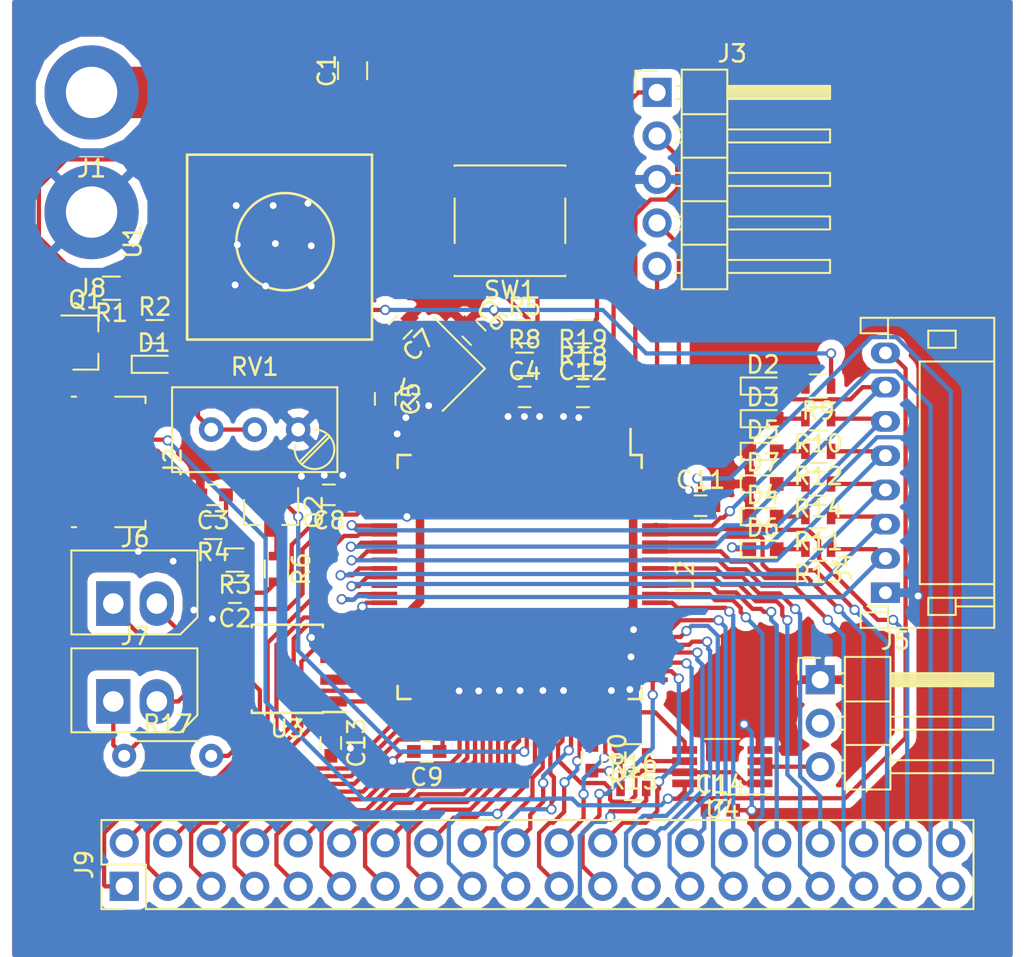
<source format=kicad_pcb>
(kicad_pcb (version 4) (host pcbnew 4.0.5)
  (layers (0 F.Cu signal) (31 B.Cu signal) (34 B.Paste user) (35 F.Paste user) (36 B.SilkS user) (37 F.SilkS user) (38 B.Mask user) (39 F.Mask user) (44 Edge.Cuts user))
  (net 0 "")
  (net 1 +BATT)
  (net 2 GND)
  (net 3 D+)
  (net 4 D-)
  (net 5 ~RESET)
  (net 6 +3V3)
  (net 7 "Net-(C6-Pad2)")
  (net 8 "Net-(C7-Pad2)")
  (net 9 ADC)
  (net 10 "Net-(D1-Pad2)")
  (net 11 "Net-(D1-Pad1)")
  (net 12 "Net-(D2-Pad2)")
  (net 13 "Net-(D3-Pad2)")
  (net 14 "Net-(D4-Pad2)")
  (net 15 "Net-(D5-Pad2)")
  (net 16 "Net-(D6-Pad2)")
  (net 17 "Net-(D7-Pad2)")
  (net 18 +5V)
  (net 19 "Net-(J2-Pad2)")
  (net 20 "Net-(J2-Pad3)")
  (net 21 SWCLK)
  (net 22 SWDIO)
  (net 23 TX0)
  (net 24 RX0)
  (net 25 PWM1)
  (net 26 PWM2)
  (net 27 PWM3)
  (net 28 PWM4)
  (net 29 PWM5)
  (net 30 PWM6)
  (net 31 "Net-(J5-Pad3)")
  (net 32 "Net-(J6-Pad1)")
  (net 33 "Net-(J6-Pad2)")
  (net 34 "Net-(J7-Pad1)")
  (net 35 PGOOD)
  (net 36 USB_Connect)
  (net 37 "Net-(Q2-Pad3)")
  (net 38 "Net-(R5-Pad2)")
  (net 39 "Net-(R15-Pad1)")
  (net 40 RX1)
  (net 41 TX2)
  (net 42 RX2)
  (net 43 DTR1)
  (net 44 TX1)
  (net 45 "Net-(J7-Pad2)")
  (net 46 "Net-(RV1-Pad2)")
  (net 47 Exp1)
  (net 48 Exp2)
  (net 49 Exp3)
  (net 50 Exp4)
  (net 51 Exp5)
  (net 52 Exp6)
  (net 53 Exp7)
  (net 54 Exp8)
  (net 55 Exp9)
  (net 56 Exp10)
  (net 57 Exp11)
  (net 58 Exp12)
  (net 59 Exp13)
  (net 60 Exp14)
  (net 61 Exp15)
  (net 62 Exp16)
  (net 63 Exp17)
  (net 64 Exp18)
  (net 65 Exp19)
  (net 66 Exp20)
  (net 67 Exp21)
  (net 68 Exp22)
  (net 69 Exp23)
  (net 70 Exp24)
  (net 71 Exp25)
  (net 72 Exp26)
  (net 73 Exp27)
  (net 74 Exp28)
  (net 75 Exp29)
  (net 76 Exp30)
  (net 77 Exp31)
  (net 78 Exp32)
  (net 79 Exp33)
  (net 80 Exp34)
  (net 81 Exp35)
  (net 82 Exp36)
  (net 83 Exp37)
  (net 84 Exp38)
  (net 85 Exp39)
  (net 86 Exp40)
  (module Buttons_Switches_SMD:SW_SPST_PTS645 (layer F.Cu) (at 149.525 105.283 180)
    (fp_text reference SW1 (at 0 -4.05 180) (layer F.SilkS))
    (fp_text value SW_Push)
    (pad 2 smd rect (at -3.98 2.25 180) (size 1.55 1.3) (layers F.Cu F.Paste F.Mask) (net 2 GND))
    (pad 1 smd rect (at -3.98 -2.25 180) (size 1.55 1.3) (layers F.Cu F.Paste F.Mask) (net 38 "Net-(R5-Pad2)"))
    (pad 1 smd rect (at 3.98 -2.25 180) (size 1.55 1.3) (layers F.Cu F.Paste F.Mask) (net 38 "Net-(R5-Pad2)"))
    (pad 2 smd rect (at 3.98 2.25 180) (size 1.55 1.3) (layers F.Cu F.Paste F.Mask) (net 2 GND))
  )
  (module Connectors_USB:USB_Micro-B_Molex_47346-0001 (layer F.Cu) (at 125.335 119.365 270)
    (fp_text reference J2 (at 0 -4.5 450) (layer F.SilkS))
    (fp_text value USB_B_Micro)
    (pad 1 smd rect (at -1.3 -2.66 270) (size 0.45 1.38) (layers F.Cu F.Paste F.Mask) (net 18 +5V))
    (pad 2 smd rect (at -0.65 -2.66 270) (size 0.45 1.38) (layers F.Cu F.Paste F.Mask) (net 19 "Net-(J2-Pad2)"))
    (pad 3 smd rect (at 0 -2.66 270) (size 0.45 1.38) (layers F.Cu F.Paste F.Mask) (net 20 "Net-(J2-Pad3)"))
    (pad 4 smd rect (at 0.65 -2.66 270) (size 0.45 1.38) (layers F.Cu F.Paste F.Mask))
    (pad 5 smd rect (at 1.3 -2.66 270) (size 0.45 1.38) (layers F.Cu F.Paste F.Mask) (net 2 GND))
    (pad 6 smd rect (at -2.4625 -2.3 270) (size 1.475 2.1) (layers F.Cu F.Paste F.Mask) (net 2 GND))
    (pad 6 smd rect (at 2.4625 -2.3 270) (size 1.475 2.1) (layers F.Cu F.Paste F.Mask) (net 2 GND))
    (pad 6 smd rect (at -2.91 0 270) (size 2.375 1.9) (layers F.Cu F.Paste F.Mask) (net 2 GND))
    (pad 6 smd rect (at 2.91 0 270) (size 2.375 1.9) (layers F.Cu F.Paste F.Mask) (net 2 GND))
    (pad 6 smd rect (at -0.84 0 270) (size 1.175 1.9) (layers F.Cu F.Paste F.Mask) (net 2 GND))
    (pad 6 smd rect (at 0.84 0 270) (size 1.175 1.9) (layers F.Cu F.Paste F.Mask) (net 2 GND))
  )
  (module okl-t_6-w12n-c:OKL-T_6-W12N-C (layer F.Cu) (at 136.39 106.505 270)
    (fp_text reference U1 (at 0 8.89 270) (layer F.SilkS))
    (fp_text value OKL-T/6-W12N-C)
    (pad 9 smd trapezoid (at -5.31 5.08 270) (size 3 0.96) (layers F.Cu F.Paste F.Mask))
    (pad 8 smd trapezoid (at -2 6.1 270) (size 0.96 3) (layers F.Cu F.Paste F.Mask))
    (pad 7 smd trapezoid (at 0.29 6.1 270) (size 0.96 3) (layers F.Cu F.Paste F.Mask) (net 2 GND))
    (pad 12 smd trapezoid (at 2.58 6.1 270) (size 0.96 3) (layers F.Cu F.Paste F.Mask))
    (pad 6 smd trapezoid (at 5.89 5.08 270) (size 3 0.96) (layers F.Cu F.Paste F.Mask) (net 46 "Net-(RV1-Pad2)"))
    (pad 10 smd trapezoid (at -5.31 2.79 270) (size 3 0.96) (layers F.Cu F.Paste F.Mask) (net 35 PGOOD))
    (pad 1 smd trapezoid (at -5.31 0.5 270) (size 3 0.96) (layers F.Cu F.Paste F.Mask) (net 2 GND))
    (pad 11 smd trapezoid (at 5.89 2.79 270) (size 3 0.96) (layers F.Cu F.Paste F.Mask))
    (pad 5 smd trapezoid (at 5.89 0.5 270) (size 3 0.96) (layers F.Cu F.Paste F.Mask) (net 6 +3V3))
    (pad 2 smd trapezoid (at -5.31 -4.08 270) (size 3 0.96) (layers F.Cu F.Paste F.Mask) (net 1 +BATT))
    (pad 4 smd trapezoid (at 5.89 -4.08 270) (size 3 0.96) (layers F.Cu F.Paste F.Mask) (net 6 +3V3))
    (pad 2 smd trapezoid (at -2 -5.1 270) (size 0.96 3) (layers F.Cu F.Paste F.Mask) (net 1 +BATT))
    (pad 3 smd trapezoid (at 0.29 -5.1 270) (size 0.96 3) (layers F.Cu F.Paste F.Mask) (net 2 GND))
    (pad 3 smd trapezoid (at 2.58 -5.1 270) (size 0.96 3) (layers F.Cu F.Paste F.Mask) (net 2 GND))
    (pad 2 smd rect (at -3.4 -4.445 270) (size 4.07 1.77) (layers F.Cu F.Paste F.Mask) (net 1 +BATT))
    (pad 3 smd rect (at 1.5 -4.445 270) (size 4.07 1.77) (layers F.Cu F.Paste F.Mask) (net 2 GND))
    (pad 4 smd rect (at 5.08 -2.8) (size 4.07 1.77) (layers F.Cu F.Paste F.Mask) (net 6 +3V3))
  )
  (module Capacitors_SMD:C_0805 (layer F.Cu) (at 140.335 96.52 90)
    (fp_text reference C1 (at 0 -1.5 90) (layer F.SilkS))
    (fp_text value 22u)
    (pad 1 smd rect (at -1 0 90) (size 1 1.25) (layers F.Cu F.Paste F.Mask) (net 1 +BATT))
    (pad 2 smd rect (at 1 0 90) (size 1 1.25) (layers F.Cu F.Paste F.Mask) (net 2 GND))
  )
  (module Capacitors_SMD:C_0603 (layer F.Cu) (at 133.465 127 180)
    (fp_text reference C2 (at 0 -1.5 180) (layer F.SilkS))
    (fp_text value 18p)
    (pad 2 smd rect (at 0.75 0 180) (size 0.8 0.75) (layers F.Cu F.Paste F.Mask) (net 2 GND))
    (pad 1 smd rect (at -0.75 0 180) (size 0.8 0.75) (layers F.Cu F.Paste F.Mask) (net 3 D+))
  )
  (module Capacitors_SMD:C_0603 (layer F.Cu) (at 132.195 121.285 180)
    (fp_text reference C3 (at 0 -1.5 180) (layer F.SilkS))
    (fp_text value 18p)
    (pad 2 smd rect (at 0.75 0 180) (size 0.8 0.75) (layers F.Cu F.Paste F.Mask) (net 2 GND))
    (pad 1 smd rect (at -0.75 0 180) (size 0.8 0.75) (layers F.Cu F.Paste F.Mask) (net 4 D-))
  )
  (module Capacitors_SMD:C_0603 (layer F.Cu) (at 150.38 115.57)
    (fp_text reference C4 (at 0 -1.5) (layer F.SilkS))
    (fp_text value 0.1u)
    (pad 2 smd rect (at 0.75 0) (size 0.8 0.75) (layers F.Cu F.Paste F.Mask) (net 2 GND))
    (pad 1 smd rect (at -0.75 0) (size 0.8 0.75) (layers F.Cu F.Paste F.Mask) (net 5 ~RESET))
  )
  (module Capacitors_SMD:C_0603 (layer F.Cu) (at 142.24 115.685 270)
    (fp_text reference C5 (at 0 -1.5 270) (layer F.SilkS))
    (fp_text value 10u)
    (pad 2 smd rect (at 0.75 0 270) (size 0.8 0.75) (layers F.Cu F.Paste F.Mask) (net 2 GND))
    (pad 1 smd rect (at -0.75 0 270) (size 0.8 0.75) (layers F.Cu F.Paste F.Mask) (net 6 +3V3))
  )
  (module Capacitors_SMD:C_0603 (layer F.Cu) (at 147.42467 111.86467 315)
    (fp_text reference C6 (at 0 -1.5 315) (layer F.SilkS))
    (fp_text value 10p)
    (pad 2 smd rect (at 0.75 0 315) (size 0.8 0.75) (layers F.Cu F.Paste F.Mask) (net 7 "Net-(C6-Pad2)"))
    (pad 1 smd rect (at -0.75 0 315) (size 0.8 0.75) (layers F.Cu F.Paste F.Mask) (net 2 GND))
  )
  (module Capacitors_SMD:C_0603 (layer F.Cu) (at 143.129 111.506 225)
    (fp_text reference C7 (at 0 -1.5 225) (layer F.SilkS))
    (fp_text value 10p)
    (pad 2 smd rect (at 0.75 0 225) (size 0.8 0.75) (layers F.Cu F.Paste F.Mask) (net 8 "Net-(C7-Pad2)"))
    (pad 1 smd rect (at -0.75 0 225) (size 0.8 0.75) (layers F.Cu F.Paste F.Mask) (net 2 GND))
  )
  (module Capacitors_SMD:C_0603 (layer F.Cu) (at 138.95 121.285 180)
    (fp_text reference C8 (at 0 -1.5 180) (layer F.SilkS))
    (fp_text value 0.1u)
    (pad 2 smd rect (at 0.75 0 180) (size 0.8 0.75) (layers F.Cu F.Paste F.Mask) (net 2 GND))
    (pad 1 smd rect (at -0.75 0 180) (size 0.8 0.75) (layers F.Cu F.Paste F.Mask) (net 6 +3V3))
  )
  (module Capacitors_SMD:C_0603 (layer F.Cu) (at 144.665 136.271 180)
    (fp_text reference C9 (at 0 -1.5 180) (layer F.SilkS))
    (fp_text value 0.1u)
    (pad 2 smd rect (at 0.75 0 180) (size 0.8 0.75) (layers F.Cu F.Paste F.Mask) (net 2 GND))
    (pad 1 smd rect (at -0.75 0 180) (size 0.8 0.75) (layers F.Cu F.Paste F.Mask) (net 6 +3V3))
  )
  (module Capacitors_SMD:C_0603 (layer F.Cu) (at 154.305 136.64 270)
    (fp_text reference C10 (at 0 -1.5 270) (layer F.SilkS))
    (fp_text value 0.1u)
    (pad 2 smd rect (at 0.75 0 270) (size 0.8 0.75) (layers F.Cu F.Paste F.Mask) (net 2 GND))
    (pad 1 smd rect (at -0.75 0 270) (size 0.8 0.75) (layers F.Cu F.Paste F.Mask) (net 6 +3V3))
  )
  (module Capacitors_SMD:C_0603 (layer F.Cu) (at 160.655 121.92)
    (fp_text reference C11 (at 0 -1.5) (layer F.SilkS))
    (fp_text value 0.1u)
    (pad 2 smd rect (at 0.75 0) (size 0.8 0.75) (layers F.Cu F.Paste F.Mask) (net 2 GND))
    (pad 1 smd rect (at -0.75 0) (size 0.8 0.75) (layers F.Cu F.Paste F.Mask) (net 6 +3V3))
  )
  (module Capacitors_SMD:C_0603 (layer F.Cu) (at 153.785 115.57)
    (fp_text reference C12 (at 0 -1.5) (layer F.SilkS))
    (fp_text value 0.1u)
    (pad 2 smd rect (at 0.75 0) (size 0.8 0.75) (layers F.Cu F.Paste F.Mask) (net 2 GND))
    (pad 1 smd rect (at -0.75 0) (size 0.8 0.75) (layers F.Cu F.Paste F.Mask) (net 9 ADC))
  )
  (module LEDs:LED_0603 (layer F.Cu) (at 128.74 113.665)
    (fp_text reference D1 (at 0 -1.25) (layer F.SilkS))
    (fp_text value LED)
    (pad 2 smd rect (at 0.8 0 180) (size 0.8 0.8) (layers F.Cu F.Paste F.Mask) (net 10 "Net-(D1-Pad2)"))
    (pad 1 smd rect (at -0.8 0 180) (size 0.8 0.8) (layers F.Cu F.Paste F.Mask) (net 11 "Net-(D1-Pad1)"))
  )
  (module LEDs:LED_0603 (layer F.Cu) (at 164.3 114.935)
    (fp_text reference D2 (at 0 -1.25) (layer F.SilkS))
    (fp_text value LED)
    (pad 2 smd rect (at 0.8 0 180) (size 0.8 0.8) (layers F.Cu F.Paste F.Mask) (net 12 "Net-(D2-Pad2)"))
    (pad 1 smd rect (at -0.8 0 180) (size 0.8 0.8) (layers F.Cu F.Paste F.Mask) (net 25 PWM1))
  )
  (module LEDs:LED_0603 (layer F.Cu) (at 164.3 116.84)
    (fp_text reference D3 (at 0 -1.25) (layer F.SilkS))
    (fp_text value LED)
    (pad 2 smd rect (at 0.8 0 180) (size 0.8 0.8) (layers F.Cu F.Paste F.Mask) (net 13 "Net-(D3-Pad2)"))
    (pad 1 smd rect (at -0.8 0 180) (size 0.8 0.8) (layers F.Cu F.Paste F.Mask) (net 2 GND))
  )
  (module LEDs:LED_0603 (layer F.Cu) (at 164.3 122.555)
    (fp_text reference D4 (at 0 -1.25) (layer F.SilkS))
    (fp_text value LED)
    (pad 2 smd rect (at 0.8 0 180) (size 0.8 0.8) (layers F.Cu F.Paste F.Mask) (net 14 "Net-(D4-Pad2)"))
    (pad 1 smd rect (at -0.8 0 180) (size 0.8 0.8) (layers F.Cu F.Paste F.Mask) (net 2 GND))
  )
  (module LEDs:LED_0603 (layer F.Cu) (at 164.3 118.745)
    (fp_text reference D5 (at 0 -1.25) (layer F.SilkS))
    (fp_text value LED)
    (pad 2 smd rect (at 0.8 0 180) (size 0.8 0.8) (layers F.Cu F.Paste F.Mask) (net 15 "Net-(D5-Pad2)"))
    (pad 1 smd rect (at -0.8 0 180) (size 0.8 0.8) (layers F.Cu F.Paste F.Mask) (net 2 GND))
  )
  (module LEDs:LED_0603 (layer F.Cu) (at 164.3 124.46)
    (fp_text reference D6 (at 0 -1.25) (layer F.SilkS))
    (fp_text value LED)
    (pad 2 smd rect (at 0.8 0 180) (size 0.8 0.8) (layers F.Cu F.Paste F.Mask) (net 16 "Net-(D6-Pad2)"))
    (pad 1 smd rect (at -0.8 0 180) (size 0.8 0.8) (layers F.Cu F.Paste F.Mask) (net 2 GND))
  )
  (module LEDs:LED_0603 (layer F.Cu) (at 164.3 120.65)
    (fp_text reference D7 (at 0 -1.25) (layer F.SilkS))
    (fp_text value LED)
    (pad 2 smd rect (at 0.8 0 180) (size 0.8 0.8) (layers F.Cu F.Paste F.Mask) (net 17 "Net-(D7-Pad2)"))
    (pad 1 smd rect (at -0.8 0 180) (size 0.8 0.8) (layers F.Cu F.Paste F.Mask) (net 2 GND))
  )
  (module Wire_Pad_5:Wire_Pad_5.5 (layer F.Cu) (at 125.095 97.79)
    (fp_text reference J1 (at 0 4.445) (layer F.SilkS))
    (fp_text value Batt+)
    (pad 1 thru_hole circle (at 0 0) (size 5.5 5.5) (drill 3) (layers *.Cu *.Mask) (net 1 +BATT))
  )
  (module Pin_Headers:Pin_Header_Angled_1x05_Pitch2.54mm (layer F.Cu) (at 158.115 97.79)
    (fp_text reference J3 (at 4.385 -2.27) (layer F.SilkS))
    (fp_text value Debugger)
    (pad 1 thru_hole rect (at 0 0) (size 1.7 1.7) (drill 1) (layers *.Cu *.Mask) (net 21 SWCLK))
    (pad 2 thru_hole oval (at 0 2.54) (size 1.7 1.7) (drill 1) (layers *.Cu *.Mask) (net 22 SWDIO))
    (pad 3 thru_hole oval (at 0 5.08) (size 1.7 1.7) (drill 1) (layers *.Cu *.Mask) (net 2 GND))
    (pad 4 thru_hole oval (at 0 7.62) (size 1.7 1.7) (drill 1) (layers *.Cu *.Mask) (net 23 TX0))
    (pad 5 thru_hole oval (at 0 10.16) (size 1.7 1.7) (drill 1) (layers *.Cu *.Mask) (net 24 RX0))
  )
  (module Connectors_JST:JST_PH_S8B-PH-K_08x2.00mm_Angled (layer F.Cu) (at 171.45 127 90)
    (fp_text reference J4 (at 1.5 -2.45 90) (layer F.SilkS))
    (fp_text value LED)
    (pad 1 thru_hole rect (at 0 0 90) (size 1.2 1.7) (drill 0.75) (layers *.Cu *.Mask) (net 2 GND))
    (pad 2 thru_hole oval (at 2 0 90) (size 1.2 1.7) (drill 0.75) (layers *.Cu *.Mask) (net 30 PWM6))
    (pad 3 thru_hole oval (at 4 0 90) (size 1.2 1.7) (drill 0.75) (layers *.Cu *.Mask) (net 29 PWM5))
    (pad 4 thru_hole oval (at 6 0 90) (size 1.2 1.7) (drill 0.75) (layers *.Cu *.Mask) (net 28 PWM4))
    (pad 5 thru_hole oval (at 8 0 90) (size 1.2 1.7) (drill 0.75) (layers *.Cu *.Mask) (net 27 PWM3))
    (pad 6 thru_hole oval (at 10 0 90) (size 1.2 1.7) (drill 0.75) (layers *.Cu *.Mask) (net 26 PWM2))
    (pad 7 thru_hole oval (at 12 0 90) (size 1.2 1.7) (drill 0.75) (layers *.Cu *.Mask) (net 25 PWM1))
    (pad 8 thru_hole oval (at 14 0 90) (size 1.2 1.7) (drill 0.75) (layers *.Cu *.Mask) (net 18 +5V))
  )
  (module Pin_Headers:Pin_Header_Angled_1x03_Pitch2.54mm (layer F.Cu) (at 167.64 132.08)
    (fp_text reference J5 (at 4.385 -2.27) (layer F.SilkS))
    (fp_text value Futaba)
    (pad 1 thru_hole rect (at 0 0) (size 1.7 1.7) (drill 1) (layers *.Cu *.Mask) (net 2 GND))
    (pad 2 thru_hole oval (at 0 2.54) (size 1.7 1.7) (drill 1) (layers *.Cu *.Mask))
    (pad 3 thru_hole oval (at 0 5.08) (size 1.7 1.7) (drill 1) (layers *.Cu *.Mask) (net 31 "Net-(J5-Pad3)"))
  )
  (module Connectors_Molex:Molex_SPOX-5267_22-03-5025_02x2.54mm_Straight (layer F.Cu) (at 126.365 127.635)
    (fp_text reference J6 (at 1.27 -3.81) (layer F.SilkS))
    (fp_text value MD)
    (pad 1 thru_hole rect (at 0 0) (size 2 2.6) (drill 1.2) (layers *.Cu *.Mask) (net 32 "Net-(J6-Pad1)"))
    (pad 2 thru_hole oval (at 2.54 0) (size 2 2.6) (drill 1.2) (layers *.Cu *.Mask) (net 33 "Net-(J6-Pad2)"))
  )
  (module Connectors_Molex:Molex_SPOX-5267_22-03-5025_02x2.54mm_Straight (layer F.Cu) (at 126.365 133.35)
    (fp_text reference J7 (at 1.27 -3.81) (layer F.SilkS))
    (fp_text value IMU)
    (pad 1 thru_hole rect (at 0 0) (size 2 2.6) (drill 1.2) (layers *.Cu *.Mask) (net 34 "Net-(J7-Pad1)"))
    (pad 2 thru_hole oval (at 2.54 0) (size 2 2.6) (drill 1.2) (layers *.Cu *.Mask) (net 45 "Net-(J7-Pad2)"))
  )
  (module Wire_Pad_5:Wire_Pad_5.5 (layer F.Cu) (at 125.095 104.775)
    (fp_text reference J8 (at 0 4.445) (layer F.SilkS))
    (fp_text value Batt-)
    (pad 1 thru_hole circle (at 0 0) (size 5.5 5.5) (drill 3) (layers *.Cu *.Mask) (net 2 GND))
  )
  (module TO_SOT_Packages_SMD:SOT-23 (layer F.Cu) (at 124.73 112.395)
    (fp_text reference Q1 (at 0 -2.5) (layer F.SilkS))
    (fp_text value Q_NMOS_GSD)
    (pad 1 smd rect (at -1 -0.95) (size 0.9 0.8) (layers F.Cu F.Paste F.Mask) (net 35 PGOOD))
    (pad 2 smd rect (at -1 0.95) (size 0.9 0.8) (layers F.Cu F.Paste F.Mask) (net 2 GND))
    (pad 3 smd rect (at 1 0) (size 0.9 0.8) (layers F.Cu F.Paste F.Mask) (net 11 "Net-(D1-Pad1)"))
  )
  (module TO_SOT_Packages_SMD:SOT-23 (layer F.Cu) (at 135.575 122.285 270)
    (fp_text reference Q2 (at 0 -2.5 270) (layer F.SilkS))
    (fp_text value Q_PMOS_GSD)
    (pad 1 smd rect (at -1 -0.95 270) (size 0.9 0.8) (layers F.Cu F.Paste F.Mask) (net 36 USB_Connect))
    (pad 2 smd rect (at -1 0.95 270) (size 0.9 0.8) (layers F.Cu F.Paste F.Mask) (net 6 +3V3))
    (pad 3 smd rect (at 1 0 270) (size 0.9 0.8) (layers F.Cu F.Paste F.Mask) (net 37 "Net-(Q2-Pad3)"))
  )
  (module Resistors_SMD:R_0603 (layer F.Cu) (at 126.25 109.22 180)
    (fp_text reference R1 (at 0 -1.45 180) (layer F.SilkS))
    (fp_text value 100k)
    (pad 1 smd rect (at -0.75 0 180) (size 0.5 0.9) (layers F.Cu F.Paste F.Mask) (net 6 +3V3))
    (pad 2 smd rect (at 0.75 0 180) (size 0.5 0.9) (layers F.Cu F.Paste F.Mask) (net 35 PGOOD))
  )
  (module Resistors_SMD:R_0603 (layer F.Cu) (at 128.79 111.76)
    (fp_text reference R2 (at 0 -1.45) (layer F.SilkS))
    (fp_text value 1k)
    (pad 1 smd rect (at -0.75 0) (size 0.5 0.9) (layers F.Cu F.Paste F.Mask) (net 6 +3V3))
    (pad 2 smd rect (at 0.75 0) (size 0.5 0.9) (layers F.Cu F.Paste F.Mask) (net 10 "Net-(D1-Pad2)"))
  )
  (module Resistors_SMD:R_0603 (layer F.Cu) (at 133.465 125.095 180)
    (fp_text reference R3 (at 0 -1.45 180) (layer F.SilkS))
    (fp_text value 33)
    (pad 1 smd rect (at -0.75 0 180) (size 0.5 0.9) (layers F.Cu F.Paste F.Mask) (net 3 D+))
    (pad 2 smd rect (at 0.75 0 180) (size 0.5 0.9) (layers F.Cu F.Paste F.Mask) (net 20 "Net-(J2-Pad3)"))
  )
  (module Resistors_SMD:R_0603 (layer F.Cu) (at 132.195 123.19 180)
    (fp_text reference R4 (at 0 -1.45 180) (layer F.SilkS))
    (fp_text value 33)
    (pad 1 smd rect (at -0.75 0 180) (size 0.5 0.9) (layers F.Cu F.Paste F.Mask) (net 4 D-))
    (pad 2 smd rect (at 0.75 0 180) (size 0.5 0.9) (layers F.Cu F.Paste F.Mask) (net 19 "Net-(J2-Pad2)"))
  )
  (module Resistors_SMD:R_0603 (layer F.Cu) (at 150.38 111.76)
    (fp_text reference R5 (at 0 -1.45) (layer F.SilkS))
    (fp_text value 10k)
    (pad 1 smd rect (at -0.75 0) (size 0.5 0.9) (layers F.Cu F.Paste F.Mask) (net 6 +3V3))
    (pad 2 smd rect (at 0.75 0) (size 0.5 0.9) (layers F.Cu F.Paste F.Mask) (net 38 "Net-(R5-Pad2)"))
  )
  (module Resistors_SMD:R_0603 (layer F.Cu) (at 135.89 125.615 270)
    (fp_text reference R6 (at 0 -1.45 270) (layer F.SilkS))
    (fp_text value 1.5k)
    (pad 1 smd rect (at -0.75 0 270) (size 0.5 0.9) (layers F.Cu F.Paste F.Mask) (net 37 "Net-(Q2-Pad3)"))
    (pad 2 smd rect (at 0.75 0 270) (size 0.5 0.9) (layers F.Cu F.Paste F.Mask) (net 3 D+))
  )
  (module Resistors_SMD:R_0603 (layer F.Cu) (at 150.38 113.665)
    (fp_text reference R8 (at 0 -1.45) (layer F.SilkS))
    (fp_text value 2k)
    (pad 1 smd rect (at -0.75 0) (size 0.5 0.9) (layers F.Cu F.Paste F.Mask) (net 5 ~RESET))
    (pad 2 smd rect (at 0.75 0) (size 0.5 0.9) (layers F.Cu F.Paste F.Mask) (net 38 "Net-(R5-Pad2)"))
  )
  (module Resistors_SMD:R_0603 (layer F.Cu) (at 167.525 114.935 180)
    (fp_text reference R9 (at 0 -1.45 180) (layer F.SilkS))
    (fp_text value 1k)
    (pad 1 smd rect (at -0.75 0 180) (size 0.5 0.9) (layers F.Cu F.Paste F.Mask) (net 6 +3V3))
    (pad 2 smd rect (at 0.75 0 180) (size 0.5 0.9) (layers F.Cu F.Paste F.Mask) (net 12 "Net-(D2-Pad2)"))
  )
  (module Resistors_SMD:R_0603 (layer F.Cu) (at 167.525 116.84 180)
    (fp_text reference R10 (at 0 -1.45 180) (layer F.SilkS))
    (fp_text value 1k)
    (pad 1 smd rect (at -0.75 0 180) (size 0.5 0.9) (layers F.Cu F.Paste F.Mask) (net 26 PWM2))
    (pad 2 smd rect (at 0.75 0 180) (size 0.5 0.9) (layers F.Cu F.Paste F.Mask) (net 13 "Net-(D3-Pad2)"))
  )
  (module Resistors_SMD:R_0603 (layer F.Cu) (at 167.525 122.555 180)
    (fp_text reference R11 (at 0 -1.45 180) (layer F.SilkS))
    (fp_text value 1k)
    (pad 1 smd rect (at -0.75 0 180) (size 0.5 0.9) (layers F.Cu F.Paste F.Mask) (net 29 PWM5))
    (pad 2 smd rect (at 0.75 0 180) (size 0.5 0.9) (layers F.Cu F.Paste F.Mask) (net 14 "Net-(D4-Pad2)"))
  )
  (module Resistors_SMD:R_0603 (layer F.Cu) (at 167.525 118.745 180)
    (fp_text reference R12 (at 0 -1.45 180) (layer F.SilkS))
    (fp_text value 1k)
    (pad 1 smd rect (at -0.75 0 180) (size 0.5 0.9) (layers F.Cu F.Paste F.Mask) (net 27 PWM3))
    (pad 2 smd rect (at 0.75 0 180) (size 0.5 0.9) (layers F.Cu F.Paste F.Mask) (net 15 "Net-(D5-Pad2)"))
  )
  (module Resistors_SMD:R_0603 (layer F.Cu) (at 167.525 124.46 180)
    (fp_text reference R13 (at 0 -1.45 180) (layer F.SilkS))
    (fp_text value 1k)
    (pad 1 smd rect (at -0.75 0 180) (size 0.5 0.9) (layers F.Cu F.Paste F.Mask) (net 30 PWM6))
    (pad 2 smd rect (at 0.75 0 180) (size 0.5 0.9) (layers F.Cu F.Paste F.Mask) (net 16 "Net-(D6-Pad2)"))
  )
  (module Resistors_SMD:R_0603 (layer F.Cu) (at 167.525 120.65 180)
    (fp_text reference R14 (at 0 -1.45 180) (layer F.SilkS))
    (fp_text value 1k)
    (pad 1 smd rect (at -0.75 0 180) (size 0.5 0.9) (layers F.Cu F.Paste F.Mask) (net 28 PWM4))
    (pad 2 smd rect (at 0.75 0 180) (size 0.5 0.9) (layers F.Cu F.Paste F.Mask) (net 17 "Net-(D7-Pad2)"))
  )
  (module Resistors_SMD:R_0603 (layer F.Cu) (at 156.73 136.525 180)
    (fp_text reference R15 (at 0 -1.45 180) (layer F.SilkS))
    (fp_text value 1k)
    (pad 1 smd rect (at -0.75 0 180) (size 0.5 0.9) (layers F.Cu F.Paste F.Mask) (net 39 "Net-(R15-Pad1)"))
    (pad 2 smd rect (at 0.75 0 180) (size 0.5 0.9) (layers F.Cu F.Paste F.Mask) (net 40 RX1))
  )
  (module Resistors_SMD:R_0603 (layer F.Cu) (at 156.73 138.43)
    (fp_text reference R16 (at 0 -1.45) (layer F.SilkS))
    (fp_text value 2k)
    (pad 1 smd rect (at -0.75 0) (size 0.5 0.9) (layers F.Cu F.Paste F.Mask) (net 40 RX1))
    (pad 2 smd rect (at 0.75 0) (size 0.5 0.9) (layers F.Cu F.Paste F.Mask) (net 2 GND))
  )
  (module Resistors_THT:R_Axial_DIN0204_L3.6mm_D1.6mm_P5.08mm_Horizontal (layer F.Cu) (at 127 136.525)
    (fp_text reference R17 (at 2.54 -1.86) (layer F.SilkS))
    (fp_text value 120)
    (pad 1 thru_hole circle (at 0 0) (size 1.4 1.4) (drill 0.7) (layers *.Cu *.Mask) (net 34 "Net-(J7-Pad1)"))
    (pad 2 thru_hole oval (at 5.08 0) (size 1.4 1.4) (drill 0.7) (layers *.Cu *.Mask) (net 45 "Net-(J7-Pad2)"))
  )
  (module Resistors_SMD:R_0603 (layer F.Cu) (at 153.785 111.76 180)
    (fp_text reference R18 (at 0 -1.45 180) (layer F.SilkS))
    (fp_text value 2.4k)
    (pad 1 smd rect (at -0.75 0 180) (size 0.5 0.9) (layers F.Cu F.Paste F.Mask) (net 1 +BATT))
    (pad 2 smd rect (at 0.75 0 180) (size 0.5 0.9) (layers F.Cu F.Paste F.Mask) (net 9 ADC))
  )
  (module Resistors_SMD:R_0603 (layer F.Cu) (at 153.785 113.665)
    (fp_text reference R19 (at 0 -1.45) (layer F.SilkS))
    (fp_text value 750)
    (pad 1 smd rect (at -0.75 0) (size 0.5 0.9) (layers F.Cu F.Paste F.Mask) (net 9 ADC))
    (pad 2 smd rect (at 0.75 0) (size 0.5 0.9) (layers F.Cu F.Paste F.Mask) (net 2 GND))
  )
  (module Housings_QFP:LQFP-100_14x14mm_Pitch0.5mm (layer F.Cu) (at 150.09 126.085 270)
    (fp_text reference U2 (at 0 -9.65 270) (layer F.SilkS))
    (fp_text value LPC1768FBD100)
    (pad 1 smd rect (at -7.9 -6 270) (size 1.5 0.28) (layers F.Cu F.Paste F.Mask))
    (pad 2 smd rect (at -7.9 -5.5 270) (size 1.5 0.28) (layers F.Cu F.Paste F.Mask))
    (pad 3 smd rect (at -7.9 -5 270) (size 1.5 0.28) (layers F.Cu F.Paste F.Mask) (net 22 SWDIO))
    (pad 4 smd rect (at -7.9 -4.5 270) (size 1.5 0.28) (layers F.Cu F.Paste F.Mask))
    (pad 5 smd rect (at -7.9 -4 270) (size 1.5 0.28) (layers F.Cu F.Paste F.Mask) (net 21 SWCLK))
    (pad 6 smd rect (at -7.9 -3.5 270) (size 1.5 0.28) (layers F.Cu F.Paste F.Mask))
    (pad 7 smd rect (at -7.9 -3 270) (size 1.5 0.28) (layers F.Cu F.Paste F.Mask))
    (pad 8 smd rect (at -7.9 -2.5 270) (size 1.5 0.28) (layers F.Cu F.Paste F.Mask))
    (pad 9 smd rect (at -7.9 -2 270) (size 1.5 0.28) (layers F.Cu F.Paste F.Mask) (net 9 ADC))
    (pad 10 smd rect (at -7.9 -1.5 270) (size 1.5 0.28) (layers F.Cu F.Paste F.Mask) (net 6 +3V3))
    (pad 11 smd rect (at -7.9 -1 270) (size 1.5 0.28) (layers F.Cu F.Paste F.Mask) (net 2 GND))
    (pad 12 smd rect (at -7.9 -0.5 270) (size 1.5 0.28) (layers F.Cu F.Paste F.Mask) (net 6 +3V3))
    (pad 13 smd rect (at -7.9 0 270) (size 1.5 0.28) (layers F.Cu F.Paste F.Mask))
    (pad 14 smd rect (at -7.9 0.5 270) (size 1.5 0.28) (layers F.Cu F.Paste F.Mask))
    (pad 15 smd rect (at -7.9 1 270) (size 1.5 0.28) (layers F.Cu F.Paste F.Mask) (net 2 GND))
    (pad 16 smd rect (at -7.9 1.5 270) (size 1.5 0.28) (layers F.Cu F.Paste F.Mask))
    (pad 17 smd rect (at -7.9 2 270) (size 1.5 0.28) (layers F.Cu F.Paste F.Mask) (net 5 ~RESET))
    (pad 18 smd rect (at -7.9 2.5 270) (size 1.5 0.28) (layers F.Cu F.Paste F.Mask))
    (pad 19 smd rect (at -7.9 3 270) (size 1.5 0.28) (layers F.Cu F.Paste F.Mask) (net 6 +3V3))
    (pad 20 smd rect (at -7.9 3.5 270) (size 1.5 0.28) (layers F.Cu F.Paste F.Mask))
    (pad 21 smd rect (at -7.9 4 270) (size 1.5 0.28) (layers F.Cu F.Paste F.Mask))
    (pad 22 smd rect (at -7.9 4.5 270) (size 1.5 0.28) (layers F.Cu F.Paste F.Mask) (net 7 "Net-(C6-Pad2)"))
    (pad 23 smd rect (at -7.9 5 270) (size 1.5 0.28) (layers F.Cu F.Paste F.Mask) (net 8 "Net-(C7-Pad2)"))
    (pad 24 smd rect (at -7.9 5.5 270) (size 1.5 0.28) (layers F.Cu F.Paste F.Mask))
    (pad 25 smd rect (at -7.9 6 270) (size 1.5 0.28) (layers F.Cu F.Paste F.Mask))
    (pad 26 smd rect (at -6 7.9) (size 1.5 0.28) (layers F.Cu F.Paste F.Mask))
    (pad 27 smd rect (at -5.5 7.9) (size 1.5 0.28) (layers F.Cu F.Paste F.Mask))
    (pad 28 smd rect (at -5 7.9) (size 1.5 0.28) (layers F.Cu F.Paste F.Mask) (net 6 +3V3))
    (pad 29 smd rect (at -4.5 7.9) (size 1.5 0.28) (layers F.Cu F.Paste F.Mask) (net 3 D+))
    (pad 30 smd rect (at -4 7.9) (size 1.5 0.28) (layers F.Cu F.Paste F.Mask) (net 4 D-))
    (pad 31 smd rect (at -3.5 7.9) (size 1.5 0.28) (layers F.Cu F.Paste F.Mask) (net 2 GND))
    (pad 32 smd rect (at -3 7.9) (size 1.5 0.28) (layers F.Cu F.Paste F.Mask) (net 25 PWM1))
    (pad 33 smd rect (at -2.5 7.9) (size 1.5 0.28) (layers F.Cu F.Paste F.Mask) (net 47 Exp1))
    (pad 34 smd rect (at -2 7.9) (size 1.5 0.28) (layers F.Cu F.Paste F.Mask) (net 26 PWM2))
    (pad 35 smd rect (at -1.5 7.9) (size 1.5 0.28) (layers F.Cu F.Paste F.Mask) (net 27 PWM3))
    (pad 36 smd rect (at -1 7.9) (size 1.5 0.28) (layers F.Cu F.Paste F.Mask))
    (pad 37 smd rect (at -0.5 7.9) (size 1.5 0.28) (layers F.Cu F.Paste F.Mask) (net 28 PWM4))
    (pad 38 smd rect (at 0 7.9) (size 1.5 0.28) (layers F.Cu F.Paste F.Mask) (net 29 PWM5))
    (pad 39 smd rect (at 0.5 7.9) (size 1.5 0.28) (layers F.Cu F.Paste F.Mask))
    (pad 40 smd rect (at 1 7.9) (size 1.5 0.28) (layers F.Cu F.Paste F.Mask) (net 30 PWM6))
    (pad 41 smd rect (at 1.5 7.9) (size 1.5 0.28) (layers F.Cu F.Paste F.Mask) (net 2 GND))
    (pad 42 smd rect (at 2 7.9) (size 1.5 0.28) (layers F.Cu F.Paste F.Mask) (net 6 +3V3))
    (pad 43 smd rect (at 2.5 7.9) (size 1.5 0.28) (layers F.Cu F.Paste F.Mask) (net 48 Exp2))
    (pad 44 smd rect (at 3 7.9) (size 1.5 0.28) (layers F.Cu F.Paste F.Mask))
    (pad 45 smd rect (at 3.5 7.9) (size 1.5 0.28) (layers F.Cu F.Paste F.Mask))
    (pad 46 smd rect (at 4 7.9) (size 1.5 0.28) (layers F.Cu F.Paste F.Mask) (net 49 Exp3))
    (pad 47 smd rect (at 4.5 7.9) (size 1.5 0.28) (layers F.Cu F.Paste F.Mask) (net 50 Exp4))
    (pad 48 smd rect (at 5 7.9) (size 1.5 0.28) (layers F.Cu F.Paste F.Mask) (net 41 TX2))
    (pad 49 smd rect (at 5.5 7.9) (size 1.5 0.28) (layers F.Cu F.Paste F.Mask) (net 42 RX2))
    (pad 50 smd rect (at 6 7.9) (size 1.5 0.28) (layers F.Cu F.Paste F.Mask) (net 51 Exp5))
    (pad 51 smd rect (at 7.9 6 270) (size 1.5 0.28) (layers F.Cu F.Paste F.Mask) (net 52 Exp6))
    (pad 52 smd rect (at 7.9 5.5 270) (size 1.5 0.28) (layers F.Cu F.Paste F.Mask) (net 53 Exp7))
    (pad 53 smd rect (at 7.9 5 270) (size 1.5 0.28) (layers F.Cu F.Paste F.Mask) (net 54 Exp8))
    (pad 54 smd rect (at 7.9 4.5 270) (size 1.5 0.28) (layers F.Cu F.Paste F.Mask) (net 6 +3V3))
    (pad 55 smd rect (at 7.9 4 270) (size 1.5 0.28) (layers F.Cu F.Paste F.Mask) (net 2 GND))
    (pad 56 smd rect (at 7.9 3.5 270) (size 1.5 0.28) (layers F.Cu F.Paste F.Mask) (net 55 Exp9))
    (pad 57 smd rect (at 7.9 3 270) (size 1.5 0.28) (layers F.Cu F.Paste F.Mask) (net 56 Exp10))
    (pad 58 smd rect (at 7.9 2.5 270) (size 1.5 0.28) (layers F.Cu F.Paste F.Mask) (net 57 Exp11))
    (pad 59 smd rect (at 7.9 2 270) (size 1.5 0.28) (layers F.Cu F.Paste F.Mask) (net 58 Exp12))
    (pad 60 smd rect (at 7.9 1.5 270) (size 1.5 0.28) (layers F.Cu F.Paste F.Mask) (net 59 Exp13))
    (pad 61 smd rect (at 7.9 1 270) (size 1.5 0.28) (layers F.Cu F.Paste F.Mask) (net 60 Exp14))
    (pad 62 smd rect (at 7.9 0.5 270) (size 1.5 0.28) (layers F.Cu F.Paste F.Mask) (net 61 Exp15))
    (pad 63 smd rect (at 7.9 0 270) (size 1.5 0.28) (layers F.Cu F.Paste F.Mask) (net 62 Exp16))
    (pad 64 smd rect (at 7.9 -0.5 270) (size 1.5 0.28) (layers F.Cu F.Paste F.Mask) (net 36 USB_Connect))
    (pad 65 smd rect (at 7.9 -1 270) (size 1.5 0.28) (layers F.Cu F.Paste F.Mask) (net 63 Exp17))
    (pad 66 smd rect (at 7.9 -1.5 270) (size 1.5 0.28) (layers F.Cu F.Paste F.Mask) (net 64 Exp18))
    (pad 67 smd rect (at 7.9 -2 270) (size 1.5 0.28) (layers F.Cu F.Paste F.Mask) (net 65 Exp19))
    (pad 68 smd rect (at 7.9 -2.5 270) (size 1.5 0.28) (layers F.Cu F.Paste F.Mask) (net 43 DTR1))
    (pad 69 smd rect (at 7.9 -3 270) (size 1.5 0.28) (layers F.Cu F.Paste F.Mask) (net 66 Exp20))
    (pad 70 smd rect (at 7.9 -3.5 270) (size 1.5 0.28) (layers F.Cu F.Paste F.Mask) (net 67 Exp21))
    (pad 71 smd rect (at 7.9 -4 270) (size 1.5 0.28) (layers F.Cu F.Paste F.Mask) (net 6 +3V3))
    (pad 72 smd rect (at 7.9 -4.5 270) (size 1.5 0.28) (layers F.Cu F.Paste F.Mask) (net 2 GND))
    (pad 73 smd rect (at 7.9 -5 270) (size 1.5 0.28) (layers F.Cu F.Paste F.Mask) (net 68 Exp22))
    (pad 74 smd rect (at 7.9 -5.5 270) (size 1.5 0.28) (layers F.Cu F.Paste F.Mask) (net 40 RX1))
    (pad 75 smd rect (at 7.9 -6 270) (size 1.5 0.28) (layers F.Cu F.Paste F.Mask) (net 44 TX1))
    (pad 76 smd rect (at 6 -7.9) (size 1.5 0.28) (layers F.Cu F.Paste F.Mask) (net 69 Exp23))
    (pad 77 smd rect (at 5.5 -7.9) (size 1.5 0.28) (layers F.Cu F.Paste F.Mask) (net 70 Exp24))
    (pad 78 smd rect (at 5 -7.9) (size 1.5 0.28) (layers F.Cu F.Paste F.Mask) (net 71 Exp25))
    (pad 79 smd rect (at 4.5 -7.9) (size 1.5 0.28) (layers F.Cu F.Paste F.Mask) (net 72 Exp26))
    (pad 80 smd rect (at 4 -7.9) (size 1.5 0.28) (layers F.Cu F.Paste F.Mask) (net 73 Exp27))
    (pad 81 smd rect (at 3.5 -7.9) (size 1.5 0.28) (layers F.Cu F.Paste F.Mask) (net 74 Exp28))
    (pad 82 smd rect (at 3 -7.9) (size 1.5 0.28) (layers F.Cu F.Paste F.Mask) (net 75 Exp29))
    (pad 83 smd rect (at 2.5 -7.9) (size 1.5 0.28) (layers F.Cu F.Paste F.Mask) (net 2 GND))
    (pad 84 smd rect (at 2 -7.9) (size 1.5 0.28) (layers F.Cu F.Paste F.Mask) (net 6 +3V3))
    (pad 85 smd rect (at 1.5 -7.9) (size 1.5 0.28) (layers F.Cu F.Paste F.Mask) (net 76 Exp30))
    (pad 86 smd rect (at 1 -7.9) (size 1.5 0.28) (layers F.Cu F.Paste F.Mask) (net 77 Exp31))
    (pad 87 smd rect (at 0.5 -7.9) (size 1.5 0.28) (layers F.Cu F.Paste F.Mask) (net 78 Exp32))
    (pad 88 smd rect (at 0 -7.9) (size 1.5 0.28) (layers F.Cu F.Paste F.Mask) (net 79 Exp33))
    (pad 89 smd rect (at -0.5 -7.9) (size 1.5 0.28) (layers F.Cu F.Paste F.Mask) (net 80 Exp34))
    (pad 90 smd rect (at -1 -7.9) (size 1.5 0.28) (layers F.Cu F.Paste F.Mask) (net 81 Exp35))
    (pad 91 smd rect (at -1.5 -7.9) (size 1.5 0.28) (layers F.Cu F.Paste F.Mask) (net 82 Exp36))
    (pad 92 smd rect (at -2 -7.9) (size 1.5 0.28) (layers F.Cu F.Paste F.Mask) (net 83 Exp37))
    (pad 93 smd rect (at -2.5 -7.9) (size 1.5 0.28) (layers F.Cu F.Paste F.Mask) (net 84 Exp38))
    (pad 94 smd rect (at -3 -7.9) (size 1.5 0.28) (layers F.Cu F.Paste F.Mask) (net 85 Exp39))
    (pad 95 smd rect (at -3.5 -7.9) (size 1.5 0.28) (layers F.Cu F.Paste F.Mask) (net 86 Exp40))
    (pad 96 smd rect (at -4 -7.9) (size 1.5 0.28) (layers F.Cu F.Paste F.Mask) (net 6 +3V3))
    (pad 97 smd rect (at -4.5 -7.9) (size 1.5 0.28) (layers F.Cu F.Paste F.Mask) (net 2 GND))
    (pad 98 smd rect (at -5 -7.9) (size 1.5 0.28) (layers F.Cu F.Paste F.Mask) (net 23 TX0))
    (pad 99 smd rect (at -5.5 -7.9) (size 1.5 0.28) (layers F.Cu F.Paste F.Mask) (net 24 RX0))
    (pad 100 smd rect (at -6 -7.9) (size 1.5 0.28) (layers F.Cu F.Paste F.Mask))
  )
  (module Housings_SOIC:SOIC-8_3.9x4.9mm_Pitch1.27mm (layer F.Cu) (at 136.525 131.445 180)
    (fp_text reference U3 (at 0 -3.5 180) (layer F.SilkS))
    (fp_text value RS485Transceiver)
    (pad 1 smd rect (at -2.7 -1.905 180) (size 1.55 0.6) (layers F.Cu F.Paste F.Mask) (net 6 +3V3))
    (pad 2 smd rect (at -2.7 -0.635 180) (size 1.55 0.6) (layers F.Cu F.Paste F.Mask) (net 42 RX2))
    (pad 3 smd rect (at -2.7 0.635 180) (size 1.55 0.6) (layers F.Cu F.Paste F.Mask) (net 41 TX2))
    (pad 4 smd rect (at -2.7 1.905 180) (size 1.55 0.6) (layers F.Cu F.Paste F.Mask) (net 2 GND))
    (pad 5 smd rect (at 2.7 1.905 180) (size 1.55 0.6) (layers F.Cu F.Paste F.Mask) (net 33 "Net-(J6-Pad2)"))
    (pad 6 smd rect (at 2.7 0.635 180) (size 1.55 0.6) (layers F.Cu F.Paste F.Mask) (net 32 "Net-(J6-Pad1)"))
    (pad 7 smd rect (at 2.7 -0.635 180) (size 1.55 0.6) (layers F.Cu F.Paste F.Mask) (net 45 "Net-(J7-Pad2)"))
    (pad 8 smd rect (at 2.7 -1.905 180) (size 1.55 0.6) (layers F.Cu F.Paste F.Mask) (net 34 "Net-(J7-Pad1)"))
  )
  (module Housings_SSOP:VSSOP-8_3.0x3.0mm_Pitch0.65mm (layer F.Cu) (at 161.925 137.16 180)
    (fp_text reference U4 (at 0 -2.5 180) (layer F.SilkS))
    (fp_text value 74LVC2G241)
    (pad 1 smd rect (at -2.2 -0.975 90) (size 0.45 1.45) (layers F.Cu F.Paste F.Mask) (net 43 DTR1))
    (pad 2 smd rect (at -2.2 -0.325 90) (size 0.45 1.45) (layers F.Cu F.Paste F.Mask) (net 31 "Net-(J5-Pad3)"))
    (pad 3 smd rect (at -2.2 0.325 90) (size 0.45 1.45) (layers F.Cu F.Paste F.Mask) (net 31 "Net-(J5-Pad3)"))
    (pad 4 smd rect (at -2.2 0.975 90) (size 0.45 1.45) (layers F.Cu F.Paste F.Mask) (net 2 GND))
    (pad 5 smd rect (at 2.2 0.975 90) (size 0.45 1.45) (layers F.Cu F.Paste F.Mask) (net 44 TX1))
    (pad 6 smd rect (at 2.2 0.325 90) (size 0.45 1.45) (layers F.Cu F.Paste F.Mask) (net 39 "Net-(R15-Pad1)"))
    (pad 7 smd rect (at 2.2 -0.325 90) (size 0.45 1.45) (layers F.Cu F.Paste F.Mask) (net 43 DTR1))
    (pad 8 smd rect (at 2.2 -0.975 90) (size 0.45 1.45) (layers F.Cu F.Paste F.Mask) (net 18 +5V))
  )
  (module Crystals:Crystal_SMD_SeikoEpson_FA238V-4pin_3.2x2.5mm (layer F.Cu) (at 145.345 113.665 135)
    (fp_text reference Y1 (at 0 -2.55 135) (layer F.SilkS))
    (fp_text value Crystal_GND24)
    (pad 1 smd rect (at -1.2 0.95 135) (size 1.4 1.2) (layers F.Cu F.Paste F.Mask) (net 7 "Net-(C6-Pad2)"))
    (pad 2 smd rect (at 1.2 0.95 135) (size 1.4 1.2) (layers F.Cu F.Paste F.Mask) (net 2 GND))
    (pad 3 smd rect (at 1.2 -0.95 135) (size 1.4 1.2) (layers F.Cu F.Paste F.Mask) (net 8 "Net-(C7-Pad2)"))
    (pad 4 smd rect (at -1.2 -0.95 135) (size 1.4 1.2) (layers F.Cu F.Paste F.Mask) (net 2 GND))
  )
  (module Potentiometers:Potentiometer_Trimmer_Bourns_3296W (layer F.Cu) (at 137.16 117.475)
    (fp_text reference RV1 (at -2.54 -3.66) (layer F.SilkS))
    (fp_text value POT)
    (pad 1 thru_hole circle (at 0 0) (size 1.44 1.44) (drill 0.8) (layers *.Cu *.Mask) (net 2 GND))
    (pad 2 thru_hole circle (at -2.54 0) (size 1.44 1.44) (drill 0.8) (layers *.Cu *.Mask) (net 46 "Net-(RV1-Pad2)"))
    (pad 3 thru_hole circle (at -5.08 0) (size 1.44 1.44) (drill 0.8) (layers *.Cu *.Mask) (net 46 "Net-(RV1-Pad2)"))
  )
  (module Capacitors_SMD:C_0603 (layer F.Cu) (at 139.065 135.775 270)
    (fp_text reference C13 (at 0 -1.5 270) (layer F.SilkS))
    (fp_text value 0.1u)
    (pad 2 smd rect (at 0.75 0 270) (size 0.8 0.75) (layers F.Cu F.Paste F.Mask) (net 2 GND))
    (pad 1 smd rect (at -0.75 0 270) (size 0.8 0.75) (layers F.Cu F.Paste F.Mask) (net 6 +3V3))
  )
  (module Capacitors_SMD:C_0603 (layer F.Cu) (at 161.81 139.7)
    (fp_text reference C14 (at 0 -1.5) (layer F.SilkS))
    (fp_text value 0.1u)
    (pad 2 smd rect (at 0.75 0) (size 0.8 0.75) (layers F.Cu F.Paste F.Mask) (net 2 GND))
    (pad 1 smd rect (at -0.75 0) (size 0.8 0.75) (layers F.Cu F.Paste F.Mask) (net 18 +5V))
  )
  (module Pin_Headers:Pin_Header_Straight_2x20_Pitch2.54mm (layer F.Cu) (at 127 144.145 90)
    (fp_text reference J9 (at 1.27 -2.33 90) (layer F.SilkS))
    (fp_text value Expansion)
    (pad 1 thru_hole rect (at 0 0 90) (size 1.7 1.7) (drill 1) (layers *.Cu *.Mask) (net 47 Exp1))
    (pad 2 thru_hole oval (at 2.54 0 90) (size 1.7 1.7) (drill 1) (layers *.Cu *.Mask) (net 48 Exp2))
    (pad 3 thru_hole oval (at 0 2.54 90) (size 1.7 1.7) (drill 1) (layers *.Cu *.Mask) (net 49 Exp3))
    (pad 4 thru_hole oval (at 2.54 2.54 90) (size 1.7 1.7) (drill 1) (layers *.Cu *.Mask) (net 50 Exp4))
    (pad 5 thru_hole oval (at 0 5.08 90) (size 1.7 1.7) (drill 1) (layers *.Cu *.Mask) (net 51 Exp5))
    (pad 6 thru_hole oval (at 2.54 5.08 90) (size 1.7 1.7) (drill 1) (layers *.Cu *.Mask) (net 52 Exp6))
    (pad 7 thru_hole oval (at 0 7.62 90) (size 1.7 1.7) (drill 1) (layers *.Cu *.Mask) (net 53 Exp7))
    (pad 8 thru_hole oval (at 2.54 7.62 90) (size 1.7 1.7) (drill 1) (layers *.Cu *.Mask) (net 54 Exp8))
    (pad 9 thru_hole oval (at 0 10.16 90) (size 1.7 1.7) (drill 1) (layers *.Cu *.Mask) (net 55 Exp9))
    (pad 10 thru_hole oval (at 2.54 10.16 90) (size 1.7 1.7) (drill 1) (layers *.Cu *.Mask) (net 56 Exp10))
    (pad 11 thru_hole oval (at 0 12.7 90) (size 1.7 1.7) (drill 1) (layers *.Cu *.Mask) (net 57 Exp11))
    (pad 12 thru_hole oval (at 2.54 12.7 90) (size 1.7 1.7) (drill 1) (layers *.Cu *.Mask) (net 58 Exp12))
    (pad 13 thru_hole oval (at 0 15.24 90) (size 1.7 1.7) (drill 1) (layers *.Cu *.Mask) (net 59 Exp13))
    (pad 14 thru_hole oval (at 2.54 15.24 90) (size 1.7 1.7) (drill 1) (layers *.Cu *.Mask) (net 60 Exp14))
    (pad 15 thru_hole oval (at 0 17.78 90) (size 1.7 1.7) (drill 1) (layers *.Cu *.Mask) (net 61 Exp15))
    (pad 16 thru_hole oval (at 2.54 17.78 90) (size 1.7 1.7) (drill 1) (layers *.Cu *.Mask) (net 62 Exp16))
    (pad 17 thru_hole oval (at 0 20.32 90) (size 1.7 1.7) (drill 1) (layers *.Cu *.Mask) (net 63 Exp17))
    (pad 18 thru_hole oval (at 2.54 20.32 90) (size 1.7 1.7) (drill 1) (layers *.Cu *.Mask) (net 64 Exp18))
    (pad 19 thru_hole oval (at 0 22.86 90) (size 1.7 1.7) (drill 1) (layers *.Cu *.Mask) (net 65 Exp19))
    (pad 20 thru_hole oval (at 2.54 22.86 90) (size 1.7 1.7) (drill 1) (layers *.Cu *.Mask) (net 66 Exp20))
    (pad 21 thru_hole oval (at 0 25.4 90) (size 1.7 1.7) (drill 1) (layers *.Cu *.Mask) (net 67 Exp21))
    (pad 22 thru_hole oval (at 2.54 25.4 90) (size 1.7 1.7) (drill 1) (layers *.Cu *.Mask) (net 68 Exp22))
    (pad 23 thru_hole oval (at 0 27.94 90) (size 1.7 1.7) (drill 1) (layers *.Cu *.Mask) (net 69 Exp23))
    (pad 24 thru_hole oval (at 2.54 27.94 90) (size 1.7 1.7) (drill 1) (layers *.Cu *.Mask) (net 70 Exp24))
    (pad 25 thru_hole oval (at 0 30.48 90) (size 1.7 1.7) (drill 1) (layers *.Cu *.Mask) (net 71 Exp25))
    (pad 26 thru_hole oval (at 2.54 30.48 90) (size 1.7 1.7) (drill 1) (layers *.Cu *.Mask) (net 72 Exp26))
    (pad 27 thru_hole oval (at 0 33.02 90) (size 1.7 1.7) (drill 1) (layers *.Cu *.Mask) (net 73 Exp27))
    (pad 28 thru_hole oval (at 2.54 33.02 90) (size 1.7 1.7) (drill 1) (layers *.Cu *.Mask) (net 74 Exp28))
    (pad 29 thru_hole oval (at 0 35.56 90) (size 1.7 1.7) (drill 1) (layers *.Cu *.Mask) (net 75 Exp29))
    (pad 30 thru_hole oval (at 2.54 35.56 90) (size 1.7 1.7) (drill 1) (layers *.Cu *.Mask) (net 76 Exp30))
    (pad 31 thru_hole oval (at 0 38.1 90) (size 1.7 1.7) (drill 1) (layers *.Cu *.Mask) (net 77 Exp31))
    (pad 32 thru_hole oval (at 2.54 38.1 90) (size 1.7 1.7) (drill 1) (layers *.Cu *.Mask) (net 78 Exp32))
    (pad 33 thru_hole oval (at 0 40.64 90) (size 1.7 1.7) (drill 1) (layers *.Cu *.Mask) (net 79 Exp33))
    (pad 34 thru_hole oval (at 2.54 40.64 90) (size 1.7 1.7) (drill 1) (layers *.Cu *.Mask) (net 80 Exp34))
    (pad 35 thru_hole oval (at 0 43.18 90) (size 1.7 1.7) (drill 1) (layers *.Cu *.Mask) (net 81 Exp35))
    (pad 36 thru_hole oval (at 2.54 43.18 90) (size 1.7 1.7) (drill 1) (layers *.Cu *.Mask) (net 82 Exp36))
    (pad 37 thru_hole oval (at 0 45.72 90) (size 1.7 1.7) (drill 1) (layers *.Cu *.Mask) (net 83 Exp37))
    (pad 38 thru_hole oval (at 2.54 45.72 90) (size 1.7 1.7) (drill 1) (layers *.Cu *.Mask) (net 84 Exp38))
    (pad 39 thru_hole oval (at 0 48.26 90) (size 1.7 1.7) (drill 1) (layers *.Cu *.Mask) (net 85 Exp39))
    (pad 40 thru_hole oval (at 2.54 48.26 90) (size 1.7 1.7) (drill 1) (layers *.Cu *.Mask) (net 86 Exp40))
  )
  (segment (start 151.365002 104.505) (end 150.8125 104.505) (width 0.25) (layer F.Cu) (net 1))
  (segment (start 150.8125 104.505) (end 143.09 104.505) (width 0.25) (layer F.Cu) (net 1))
  (segment (start 154.605001 110.989999) (end 154.605001 106.622999) (width 0.25) (layer F.Cu) (net 1))
  (segment (start 154.535 111.76) (end 154.535 111.06) (width 0.25) (layer F.Cu) (net 1))
  (segment (start 154.535 111.06) (end 154.605001 110.989999) (width 0.25) (layer F.Cu) (net 1))
  (segment (start 154.605001 106.622999) (end 152.487002 104.505) (width 0.25) (layer F.Cu) (net 1))
  (segment (start 152.487002 104.505) (end 150.8125 104.505) (width 0.25) (layer F.Cu) (net 1))
  (segment (start 140.335 97.52) (end 140.335 102.605) (width 0.25) (layer F.Cu) (net 1))
  (segment (start 140.335 102.605) (end 140.835 103.105) (width 0.25) (layer F.Cu) (net 1))
  (segment (start 125.095 97.79) (end 140.555 97.79) (width 3) (layer F.Cu) (net 1))
  (segment (start 140.555 97.79) (end 140.835 98.07) (width 3) (layer F.Cu) (net 1))
  (segment (start 140.835 98.07) (end 140.835 103.105) (width 3) (layer F.Cu) (net 1))
  (segment (start 143.09 104.505) (end 141.49 104.505) (width 0.25) (layer F.Cu) (net 1))
  (segment (start 127.995 120.665) (end 127.995 121.4675) (width 0.25) (layer F.Cu) (net 2))
  (segment (start 127.995 121.4675) (end 127.635 121.8275) (width 0.25) (layer F.Cu) (net 2))
  (segment (start 163.5 122.555) (end 163.5 120.65) (width 0.25) (layer F.Cu) (net 2))
  (segment (start 164.536817 124.355022) (end 162.915957 124.355022) (width 0.25) (layer B.Cu) (net 2))
  (segment (start 172.77799 117.92501) (end 170.966829 117.92501) (width 0.25) (layer B.Cu) (net 2))
  (segment (start 173.355 118.50202) (end 172.77799 117.92501) (width 0.25) (layer B.Cu) (net 2))
  (segment (start 162.596671 124.46) (end 162.491693 124.355022) (width 0.25) (layer F.Cu) (net 2))
  (segment (start 173.355 127.1905) (end 173.355 118.50202) (width 0.25) (layer B.Cu) (net 2))
  (segment (start 170.966829 117.92501) (end 164.536817 124.355022) (width 0.25) (layer B.Cu) (net 2))
  (segment (start 162.915957 124.355022) (end 162.491693 124.355022) (width 0.25) (layer B.Cu) (net 2))
  (segment (start 163.5 124.46) (end 162.596671 124.46) (width 0.25) (layer F.Cu) (net 2))
  (via (at 162.491693 124.355022) (size 0.6) (drill 0.4) (layers F.Cu B.Cu) (net 2))
  (segment (start 143.4465 116.7765) (end 144.0815 116.7765) (width 0.25) (layer B.Cu) (net 2))
  (segment (start 144.0815 116.7765) (end 144.78 116.078) (width 0.25) (layer B.Cu) (net 2))
  (segment (start 142.9385 117.729) (end 142.9385 117.2845) (width 0.25) (layer B.Cu) (net 2))
  (segment (start 142.9385 117.2845) (end 143.4465 116.7765) (width 0.25) (layer B.Cu) (net 2))
  (via (at 143.4465 116.7765) (size 0.6) (drill 0.4) (layers F.Cu B.Cu) (net 2))
  (segment (start 142.24 116.435) (end 142.24 117.0305) (width 0.25) (layer F.Cu) (net 2))
  (segment (start 142.24 117.0305) (end 142.9385 117.729) (width 0.25) (layer F.Cu) (net 2))
  (via (at 142.9385 117.729) (size 0.6) (drill 0.4) (layers F.Cu B.Cu) (net 2))
  (segment (start 130.29 106.795) (end 133.489 106.795) (width 0.25) (layer F.Cu) (net 2))
  (segment (start 133.489 106.795) (end 133.604 106.68) (width 0.25) (layer F.Cu) (net 2))
  (segment (start 135.6995 104.394) (end 133.5405 104.394) (width 0.25) (layer F.Cu) (net 2))
  (via (at 133.5405 104.394) (size 0.6) (drill 0.4) (layers F.Cu B.Cu) (net 2))
  (segment (start 137.7315 104.267) (end 135.8265 104.267) (width 0.25) (layer B.Cu) (net 2))
  (segment (start 135.8265 104.267) (end 135.6995 104.394) (width 0.25) (layer B.Cu) (net 2))
  (via (at 135.6995 104.394) (size 0.6) (drill 0.4) (layers F.Cu B.Cu) (net 2))
  (segment (start 137.922 106.7435) (end 137.922 104.4575) (width 0.25) (layer F.Cu) (net 2))
  (segment (start 137.922 104.4575) (end 137.7315 104.267) (width 0.25) (layer F.Cu) (net 2))
  (via (at 137.7315 104.267) (size 0.6) (drill 0.4) (layers F.Cu B.Cu) (net 2))
  (segment (start 135.8265 106.6165) (end 137.795 106.6165) (width 0.25) (layer B.Cu) (net 2))
  (segment (start 137.795 106.6165) (end 137.922 106.7435) (width 0.25) (layer B.Cu) (net 2))
  (via (at 137.922 106.7435) (size 0.6) (drill 0.4) (layers F.Cu B.Cu) (net 2))
  (segment (start 133.604 106.68) (end 135.763 106.68) (width 0.25) (layer F.Cu) (net 2))
  (via (at 135.8265 106.6165) (size 0.6) (drill 0.4) (layers F.Cu B.Cu) (net 2))
  (segment (start 135.763 106.68) (end 135.8265 106.6165) (width 0.25) (layer F.Cu) (net 2))
  (segment (start 133.477 109.0295) (end 133.477 106.807) (width 0.25) (layer B.Cu) (net 2))
  (segment (start 133.477 106.807) (end 133.604 106.68) (width 0.25) (layer B.Cu) (net 2))
  (via (at 133.604 106.68) (size 0.6) (drill 0.4) (layers F.Cu B.Cu) (net 2))
  (segment (start 135.255 109.093) (end 133.5405 109.093) (width 0.25) (layer F.Cu) (net 2))
  (segment (start 133.5405 109.093) (end 133.477 109.0295) (width 0.25) (layer F.Cu) (net 2))
  (via (at 133.477 109.0295) (size 0.6) (drill 0.4) (layers F.Cu B.Cu) (net 2))
  (segment (start 137.922 109.093) (end 135.255 109.093) (width 0.25) (layer B.Cu) (net 2))
  (via (at 135.255 109.093) (size 0.6) (drill 0.4) (layers F.Cu B.Cu) (net 2))
  (segment (start 140.835 108.005) (end 139.01 108.005) (width 0.25) (layer F.Cu) (net 2))
  (via (at 137.922 109.093) (size 0.6) (drill 0.4) (layers F.Cu B.Cu) (net 2))
  (segment (start 139.01 108.005) (end 137.922 109.093) (width 0.25) (layer F.Cu) (net 2))
  (segment (start 140.835 108.005) (end 140.835 107.45) (width 0.25) (layer F.Cu) (net 2))
  (segment (start 140.835 107.45) (end 141.49 106.795) (width 0.25) (layer F.Cu) (net 2))
  (segment (start 141.49 109.085) (end 141.49 108.66) (width 0.25) (layer F.Cu) (net 2))
  (segment (start 141.49 108.66) (end 140.835 108.005) (width 0.25) (layer F.Cu) (net 2))
  (segment (start 127.8255 124.587) (end 127.8255 122.018) (width 0.25) (layer F.Cu) (net 2))
  (segment (start 127.8255 122.018) (end 127.635 121.8275) (width 0.25) (layer F.Cu) (net 2))
  (segment (start 129.8575 125.1585) (end 128.397 125.1585) (width 0.25) (layer B.Cu) (net 2))
  (segment (start 128.397 125.1585) (end 127.8255 124.587) (width 0.25) (layer B.Cu) (net 2))
  (via (at 127.8255 124.587) (size 0.6) (drill 0.4) (layers F.Cu B.Cu) (net 2))
  (segment (start 131.064 128.016) (end 131.064 126.365) (width 0.25) (layer F.Cu) (net 2))
  (segment (start 131.064 126.365) (end 129.8575 125.1585) (width 0.25) (layer F.Cu) (net 2))
  (via (at 129.8575 125.1585) (size 0.6) (drill 0.4) (layers F.Cu B.Cu) (net 2))
  (segment (start 132.1435 128.524) (end 131.572 128.524) (width 0.25) (layer B.Cu) (net 2))
  (segment (start 131.572 128.524) (end 131.064 128.016) (width 0.25) (layer B.Cu) (net 2))
  (via (at 131.064 128.016) (size 0.6) (drill 0.4) (layers F.Cu B.Cu) (net 2))
  (segment (start 132.715 127) (end 132.715 127.9525) (width 0.25) (layer F.Cu) (net 2))
  (segment (start 132.715 127.9525) (end 132.1435 128.524) (width 0.25) (layer F.Cu) (net 2))
  (via (at 132.1435 128.524) (size 0.6) (drill 0.4) (layers F.Cu B.Cu) (net 2))
  (segment (start 139.7635 120.142) (end 137.16 117.5385) (width 0.25) (layer B.Cu) (net 2))
  (segment (start 137.16 117.5385) (end 137.16 117.475) (width 0.25) (layer B.Cu) (net 2))
  (segment (start 138.684 120.142) (end 139.7635 120.142) (width 0.25) (layer F.Cu) (net 2))
  (via (at 139.7635 120.142) (size 0.6) (drill 0.4) (layers F.Cu B.Cu) (net 2))
  (segment (start 137.3505 120.2055) (end 138.6205 120.2055) (width 0.25) (layer B.Cu) (net 2))
  (segment (start 138.6205 120.2055) (end 138.684 120.142) (width 0.25) (layer B.Cu) (net 2))
  (via (at 138.684 120.142) (size 0.6) (drill 0.4) (layers F.Cu B.Cu) (net 2))
  (segment (start 138.2 121.285) (end 138.2 121.055) (width 0.25) (layer F.Cu) (net 2))
  (segment (start 138.2 121.055) (end 137.3505 120.2055) (width 0.25) (layer F.Cu) (net 2))
  (via (at 137.3505 120.2055) (size 0.6) (drill 0.4) (layers F.Cu B.Cu) (net 2))
  (segment (start 143.51 122.555) (end 143.51 122.130736) (width 0.25) (layer B.Cu) (net 2))
  (segment (start 143.51 122.130736) (end 148.927736 116.713) (width 0.25) (layer B.Cu) (net 2))
  (segment (start 148.927736 116.713) (end 148.991236 116.713) (width 0.25) (layer B.Cu) (net 2))
  (segment (start 148.991236 116.713) (end 149.4155 116.713) (width 0.25) (layer B.Cu) (net 2))
  (segment (start 142.19 122.585) (end 143.48 122.585) (width 0.25) (layer F.Cu) (net 2))
  (segment (start 143.48 122.585) (end 143.51 122.555) (width 0.25) (layer F.Cu) (net 2))
  (via (at 143.51 122.555) (size 0.6) (drill 0.4) (layers F.Cu B.Cu) (net 2))
  (via (at 140.9065 127.8255) (size 0.6) (drill 0.4) (layers F.Cu B.Cu) (net 2))
  (segment (start 139.116976 129.615024) (end 137.933543 129.615024) (width 0.25) (layer B.Cu) (net 2))
  (segment (start 140.9065 127.8255) (end 139.116976 129.615024) (width 0.25) (layer B.Cu) (net 2))
  (segment (start 142.19 127.585) (end 141.147 127.585) (width 0.25) (layer F.Cu) (net 2))
  (segment (start 141.147 127.585) (end 140.9065 127.8255) (width 0.25) (layer F.Cu) (net 2))
  (segment (start 156.0195 136.7155) (end 156.0195 133.2865) (width 0.25) (layer B.Cu) (net 2))
  (segment (start 156.0195 133.2865) (end 155.448 132.715) (width 0.25) (layer B.Cu) (net 2))
  (segment (start 155.321 137.414) (end 156.0195 136.7155) (width 0.25) (layer B.Cu) (net 2))
  (segment (start 155.297 137.39) (end 155.321 137.414) (width 0.25) (layer F.Cu) (net 2))
  (segment (start 154.305 137.39) (end 155.297 137.39) (width 0.25) (layer F.Cu) (net 2))
  (via (at 155.321 137.414) (size 0.6) (drill 0.4) (layers F.Cu B.Cu) (net 2))
  (segment (start 127.0635 115.697) (end 135.382 115.697) (width 0.25) (layer B.Cu) (net 2))
  (segment (start 135.382 115.697) (end 137.16 117.475) (width 0.25) (layer B.Cu) (net 2))
  (segment (start 122.9995 119.761) (end 127.0635 115.697) (width 0.25) (layer B.Cu) (net 2))
  (segment (start 122.9995 144.272) (end 122.9995 119.761) (width 0.25) (layer B.Cu) (net 2))
  (segment (start 125.222 146.4945) (end 122.9995 144.272) (width 0.25) (layer B.Cu) (net 2))
  (segment (start 151.789502 146.4945) (end 125.222 146.4945) (width 0.25) (layer B.Cu) (net 2))
  (segment (start 153.6065 141.199498) (end 153.6065 144.677502) (width 0.25) (layer B.Cu) (net 2))
  (segment (start 153.6065 144.677502) (end 151.789502 146.4945) (width 0.25) (layer B.Cu) (net 2))
  (segment (start 155.3845 140.081) (end 155.084501 140.380999) (width 0.25) (layer B.Cu) (net 2))
  (segment (start 155.084501 140.380999) (end 154.424999 140.380999) (width 0.25) (layer B.Cu) (net 2))
  (segment (start 154.424999 140.380999) (end 153.6065 141.199498) (width 0.25) (layer B.Cu) (net 2))
  (segment (start 155.3845 139.7635) (end 155.3845 140.081) (width 0.25) (layer F.Cu) (net 2))
  (via (at 155.3845 140.081) (size 0.6) (drill 0.4) (layers F.Cu B.Cu) (net 2))
  (segment (start 156.8465 139.7635) (end 155.3845 139.7635) (width 0.25) (layer F.Cu) (net 2))
  (segment (start 157.48 138.43) (end 157.48 139.13) (width 0.25) (layer F.Cu) (net 2))
  (segment (start 157.48 139.13) (end 156.8465 139.7635) (width 0.25) (layer F.Cu) (net 2))
  (segment (start 163.6395 139.7) (end 162.56 139.7) (width 0.25) (layer F.Cu) (net 2))
  (segment (start 163.6395 135.128) (end 163.6395 139.7) (width 0.25) (layer B.Cu) (net 2))
  (segment (start 163.195 134.6835) (end 163.6395 135.128) (width 0.25) (layer B.Cu) (net 2))
  (via (at 163.6395 139.7) (size 0.6) (drill 0.4) (layers F.Cu B.Cu) (net 2))
  (segment (start 164.125 136.185) (end 164.125 135.6135) (width 0.25) (layer F.Cu) (net 2))
  (segment (start 164.125 135.6135) (end 163.195 134.6835) (width 0.25) (layer F.Cu) (net 2))
  (via (at 163.195 134.6835) (size 0.6) (drill 0.4) (layers F.Cu B.Cu) (net 2))
  (segment (start 173.019999 126.890501) (end 172.9105 127) (width 0.25) (layer B.Cu) (net 2))
  (segment (start 172.9105 127) (end 171.45 127) (width 0.25) (layer B.Cu) (net 2))
  (segment (start 173.355 127.1905) (end 173.055001 126.890501) (width 0.25) (layer B.Cu) (net 2))
  (segment (start 173.055001 126.890501) (end 173.019999 126.890501) (width 0.25) (layer B.Cu) (net 2))
  (segment (start 174.1805 137.668) (end 174.1805 128.016) (width 0.25) (layer F.Cu) (net 2))
  (segment (start 174.1805 128.016) (end 173.355 127.1905) (width 0.25) (layer F.Cu) (net 2))
  (via (at 173.355 127.1905) (size 0.6) (drill 0.4) (layers F.Cu B.Cu) (net 2))
  (segment (start 172.1485 139.7) (end 174.1805 137.668) (width 0.25) (layer F.Cu) (net 2))
  (segment (start 162.56 139.7) (end 172.1485 139.7) (width 0.25) (layer F.Cu) (net 2))
  (segment (start 140.208 136.0805) (end 139.5095 136.0805) (width 0.25) (layer F.Cu) (net 2))
  (segment (start 139.5095 136.0805) (end 139.065 136.525) (width 0.25) (layer F.Cu) (net 2))
  (segment (start 141.986 137.541) (end 141.6685 137.541) (width 0.25) (layer B.Cu) (net 2))
  (segment (start 141.6685 137.541) (end 140.208 136.0805) (width 0.25) (layer B.Cu) (net 2))
  (via (at 140.208 136.0805) (size 0.6) (drill 0.4) (layers F.Cu B.Cu) (net 2))
  (segment (start 142.6845 136.8425) (end 141.986 137.541) (width 0.25) (layer B.Cu) (net 2))
  (segment (start 143.256 136.271) (end 142.6845 136.8425) (width 0.25) (layer F.Cu) (net 2))
  (segment (start 143.915 136.271) (end 143.256 136.271) (width 0.25) (layer F.Cu) (net 2))
  (via (at 142.6845 136.8425) (size 0.6) (drill 0.4) (layers F.Cu B.Cu) (net 2))
  (segment (start 152.654 132.715) (end 155.448 132.715) (width 0.25) (layer B.Cu) (net 2))
  (segment (start 151.4475 132.715) (end 152.654 132.715) (width 0.25) (layer B.Cu) (net 2))
  (via (at 152.654 132.715) (size 0.6) (drill 0.4) (layers F.Cu B.Cu) (net 2))
  (segment (start 150.114 132.715) (end 151.4475 132.715) (width 0.25) (layer F.Cu) (net 2))
  (via (at 151.4475 132.715) (size 0.6) (drill 0.4) (layers F.Cu B.Cu) (net 2))
  (segment (start 148.9075 132.715) (end 150.114 132.715) (width 0.25) (layer B.Cu) (net 2))
  (via (at 150.114 132.715) (size 0.6) (drill 0.4) (layers F.Cu B.Cu) (net 2))
  (segment (start 147.701 132.734998) (end 148.887502 132.734998) (width 0.25) (layer F.Cu) (net 2))
  (segment (start 148.887502 132.734998) (end 148.9075 132.715) (width 0.25) (layer F.Cu) (net 2))
  (via (at 148.9075 132.715) (size 0.6) (drill 0.4) (layers F.Cu B.Cu) (net 2))
  (segment (start 146.558 132.734998) (end 147.701 132.734998) (width 0.25) (layer B.Cu) (net 2))
  (via (at 147.701 132.734998) (size 0.6) (drill 0.4) (layers F.Cu B.Cu) (net 2))
  (segment (start 146.09 133.985) (end 146.09 132.985) (width 0.25) (layer F.Cu) (net 2))
  (segment (start 146.09 132.985) (end 146.340002 132.734998) (width 0.25) (layer F.Cu) (net 2))
  (segment (start 146.340002 132.734998) (end 146.558 132.734998) (width 0.25) (layer F.Cu) (net 2))
  (via (at 146.558 132.734998) (size 0.6) (drill 0.4) (layers F.Cu B.Cu) (net 2))
  (segment (start 156.591 130.7465) (end 156.591 132.588) (width 0.25) (layer F.Cu) (net 2))
  (segment (start 156.591 132.588) (end 156.5275 132.6515) (width 0.25) (layer F.Cu) (net 2))
  (segment (start 156.739998 129.159) (end 156.739998 130.597502) (width 0.25) (layer B.Cu) (net 2))
  (via (at 156.591 130.7465) (size 0.6) (drill 0.4) (layers F.Cu B.Cu) (net 2))
  (segment (start 156.739998 130.597502) (end 156.591 130.7465) (width 0.25) (layer B.Cu) (net 2))
  (segment (start 157.99 128.585) (end 156.99 128.585) (width 0.25) (layer F.Cu) (net 2))
  (segment (start 156.99 128.585) (end 156.739998 128.835002) (width 0.25) (layer F.Cu) (net 2))
  (via (at 156.739998 129.159) (size 0.6) (drill 0.4) (layers F.Cu B.Cu) (net 2))
  (segment (start 156.739998 128.835002) (end 156.739998 129.159) (width 0.25) (layer F.Cu) (net 2))
  (segment (start 155.448 132.715) (end 156.464 132.715) (width 0.25) (layer B.Cu) (net 2))
  (segment (start 156.464 132.715) (end 156.5275 132.6515) (width 0.25) (layer B.Cu) (net 2))
  (via (at 156.5275 132.6515) (size 0.6) (drill 0.4) (layers F.Cu B.Cu) (net 2))
  (segment (start 154.59 133.985) (end 154.59 132.985) (width 0.25) (layer F.Cu) (net 2))
  (segment (start 154.59 132.985) (end 154.86 132.715) (width 0.25) (layer F.Cu) (net 2))
  (via (at 155.448 132.715) (size 0.6) (drill 0.4) (layers F.Cu B.Cu) (net 2))
  (segment (start 154.86 132.715) (end 155.448 132.715) (width 0.25) (layer F.Cu) (net 2))
  (segment (start 159.9565 121.031) (end 155.702 116.7765) (width 0.25) (layer B.Cu) (net 2))
  (segment (start 155.702 116.7765) (end 153.543 116.7765) (width 0.25) (layer B.Cu) (net 2))
  (segment (start 157.99 121.585) (end 158.99 121.585) (width 0.25) (layer F.Cu) (net 2))
  (segment (start 158.99 121.585) (end 159.355001 121.219999) (width 0.25) (layer F.Cu) (net 2))
  (segment (start 159.355001 121.219999) (end 159.767501 121.219999) (width 0.25) (layer F.Cu) (net 2))
  (segment (start 159.767501 121.219999) (end 159.9565 121.031) (width 0.25) (layer F.Cu) (net 2))
  (via (at 159.9565 121.031) (size 0.6) (drill 0.4) (layers F.Cu B.Cu) (net 2))
  (segment (start 152.654 116.713) (end 151.257 116.713) (width 0.25) (layer B.Cu) (net 2))
  (segment (start 152.7175 116.7765) (end 152.654 116.713) (width 0.25) (layer B.Cu) (net 2))
  (segment (start 153.543 116.7765) (end 152.7175 116.7765) (width 0.25) (layer B.Cu) (net 2))
  (via (at 152.654 116.713) (size 0.6) (drill 0.4) (layers F.Cu B.Cu) (net 2))
  (segment (start 154.535 115.57) (end 154.535 115.7845) (width 0.25) (layer F.Cu) (net 2))
  (segment (start 154.535 115.7845) (end 153.543 116.7765) (width 0.25) (layer F.Cu) (net 2))
  (via (at 153.543 116.7765) (size 0.6) (drill 0.4) (layers F.Cu B.Cu) (net 2))
  (segment (start 151.257 116.713) (end 151.09 116.88) (width 0.25) (layer F.Cu) (net 2))
  (segment (start 151.09 116.88) (end 151.09 118.185) (width 0.25) (layer F.Cu) (net 2))
  (segment (start 150.368 116.713) (end 151.257 116.713) (width 0.25) (layer F.Cu) (net 2))
  (via (at 151.257 116.713) (size 0.6) (drill 0.4) (layers F.Cu B.Cu) (net 2))
  (segment (start 149.4155 116.713) (end 150.368 116.713) (width 0.25) (layer B.Cu) (net 2))
  (via (at 150.368 116.713) (size 0.6) (drill 0.4) (layers F.Cu B.Cu) (net 2))
  (segment (start 149.09 118.185) (end 149.09 117.0385) (width 0.25) (layer F.Cu) (net 2))
  (segment (start 149.09 117.0385) (end 149.4155 116.713) (width 0.25) (layer F.Cu) (net 2))
  (via (at 149.4155 116.713) (size 0.6) (drill 0.4) (layers F.Cu B.Cu) (net 2))
  (segment (start 144.4625 116.3955) (end 138.2395 116.3955) (width 0.25) (layer B.Cu) (net 2))
  (segment (start 138.2395 116.3955) (end 137.16 117.475) (width 0.25) (layer B.Cu) (net 2))
  (segment (start 144.78 116.078) (end 144.4625 116.3955) (width 0.25) (layer B.Cu) (net 2))
  (segment (start 145.521777 115.18528) (end 145.521777 115.336223) (width 0.25) (layer F.Cu) (net 2))
  (segment (start 145.521777 115.336223) (end 144.78 116.078) (width 0.25) (layer F.Cu) (net 2))
  (via (at 144.78 116.078) (size 0.6) (drill 0.4) (layers F.Cu B.Cu) (net 2))
  (segment (start 145.168223 112.14472) (end 146.08396 112.14472) (width 0.25) (layer F.Cu) (net 2))
  (segment (start 146.08396 112.14472) (end 146.89434 111.33434) (width 0.25) (layer F.Cu) (net 2))
  (segment (start 145.521777 115.18528) (end 145.521777 112.498274) (width 0.25) (layer F.Cu) (net 2))
  (segment (start 145.521777 112.498274) (end 145.168223 112.14472) (width 0.25) (layer F.Cu) (net 2))
  (via (at 137.933543 129.615024) (size 0.6) (drill 0.4) (layers F.Cu B.Cu) (net 2))
  (segment (start 139.225 129.54) (end 138.008567 129.54) (width 0.25) (layer F.Cu) (net 2))
  (segment (start 138.008567 129.54) (end 137.933543 129.615024) (width 0.25) (layer F.Cu) (net 2))
  (segment (start 136.09 126.365) (end 135.89 126.365) (width 0.25) (layer F.Cu) (net 3))
  (segment (start 136.779 125.676) (end 136.09 126.365) (width 0.25) (layer F.Cu) (net 3))
  (segment (start 136.779 124.206) (end 136.779 125.676) (width 0.25) (layer F.Cu) (net 3))
  (segment (start 142.19 121.585) (end 140.760002 121.585) (width 0.25) (layer F.Cu) (net 3))
  (segment (start 140.760002 121.585) (end 140.360001 121.985001) (width 0.25) (layer F.Cu) (net 3))
  (segment (start 140.360001 121.985001) (end 138.999999 121.985001) (width 0.25) (layer F.Cu) (net 3))
  (segment (start 138.999999 121.985001) (end 136.779 124.206) (width 0.25) (layer F.Cu) (net 3))
  (segment (start 134.215 125.095) (end 134.215 127) (width 0.25) (layer F.Cu) (net 3))
  (segment (start 134.215 127) (end 135.255 127) (width 0.25) (layer F.Cu) (net 3))
  (segment (start 135.255 127) (end 135.89 126.365) (width 0.25) (layer F.Cu) (net 3))
  (segment (start 137.414 127.0635) (end 136.525 127.9525) (width 0.25) (layer F.Cu) (net 4))
  (segment (start 133.807498 127.9525) (end 133.440001 127.585003) (width 0.25) (layer F.Cu) (net 4))
  (segment (start 132.945 123.89) (end 132.945 123.19) (width 0.25) (layer F.Cu) (net 4))
  (segment (start 140.930874 122.085) (end 140.580862 122.435012) (width 0.25) (layer F.Cu) (net 4))
  (segment (start 142.19 122.085) (end 140.930874 122.085) (width 0.25) (layer F.Cu) (net 4))
  (segment (start 140.580862 122.435012) (end 139.438988 122.435012) (width 0.25) (layer F.Cu) (net 4))
  (segment (start 139.438988 122.435012) (end 137.414 124.46) (width 0.25) (layer F.Cu) (net 4))
  (segment (start 137.414 124.46) (end 137.414 127.0635) (width 0.25) (layer F.Cu) (net 4))
  (segment (start 136.525 127.9525) (end 133.807498 127.9525) (width 0.25) (layer F.Cu) (net 4))
  (segment (start 133.440001 127.585003) (end 133.440001 124.385001) (width 0.25) (layer F.Cu) (net 4))
  (segment (start 133.440001 124.385001) (end 132.945 123.89) (width 0.25) (layer F.Cu) (net 4))
  (segment (start 132.945 121.285) (end 132.945 123.19) (width 0.25) (layer F.Cu) (net 4))
  (segment (start 149.63 115.57) (end 149.63 113.665) (width 0.25) (layer F.Cu) (net 5))
  (segment (start 148.09 118.185) (end 148.09 117.085) (width 0.25) (layer F.Cu) (net 5))
  (segment (start 148.09 117.085) (end 149.605 115.57) (width 0.25) (layer F.Cu) (net 5))
  (segment (start 149.605 115.57) (end 149.63 115.57) (width 0.25) (layer F.Cu) (net 5))
  (segment (start 144.272 122.1105) (end 144.272 127.508) (width 0.5) (layer F.Cu) (net 6))
  (segment (start 144.272 127.508) (end 143.51 128.27) (width 0.5) (layer F.Cu) (net 6))
  (segment (start 143.51 121.3485) (end 144.272 122.1105) (width 0.5) (layer F.Cu) (net 6))
  (segment (start 143.51 121.285) (end 143.51 121.3485) (width 0.5) (layer F.Cu) (net 6))
  (segment (start 145.59 133.985) (end 145.59 132.8265) (width 0.25) (layer F.Cu) (net 6))
  (segment (start 145.59 132.8265) (end 145.4785 132.715) (width 0.25) (layer F.Cu) (net 6))
  (segment (start 153.162 131.953) (end 146.2405 131.953) (width 0.5) (layer F.Cu) (net 6))
  (segment (start 146.2405 131.953) (end 145.4785 132.715) (width 0.5) (layer F.Cu) (net 6))
  (segment (start 153.924 132.715) (end 153.162 131.953) (width 0.5) (layer F.Cu) (net 6))
  (segment (start 153.9875 132.715) (end 153.924 132.715) (width 0.5) (layer F.Cu) (net 6))
  (segment (start 144.78 132.715) (end 145.4785 132.715) (width 0.5) (layer F.Cu) (net 6))
  (segment (start 145.415 136.271) (end 145.59 136.096) (width 0.25) (layer F.Cu) (net 6))
  (segment (start 145.59 136.096) (end 145.59 133.985) (width 0.25) (layer F.Cu) (net 6))
  (segment (start 153.9875 132.715) (end 153.9875 132.8275) (width 0.25) (layer F.Cu) (net 6))
  (segment (start 153.9875 132.8275) (end 154.09 132.93) (width 0.25) (layer F.Cu) (net 6))
  (segment (start 156.718 127.889) (end 156.718 127.635) (width 0.5) (layer F.Cu) (net 6))
  (segment (start 156.718 127.635) (end 156.718 121.92) (width 0.5) (layer F.Cu) (net 6))
  (segment (start 156.99 128.085) (end 156.718 127.813) (width 0.25) (layer F.Cu) (net 6))
  (segment (start 156.718 127.813) (end 156.718 127.635) (width 0.25) (layer F.Cu) (net 6))
  (segment (start 155.829 128.778) (end 156.718 127.889) (width 0.5) (layer F.Cu) (net 6))
  (segment (start 155.829 130.8735) (end 155.829 128.778) (width 0.5) (layer F.Cu) (net 6))
  (segment (start 153.9875 132.715) (end 155.829 130.8735) (width 0.5) (layer F.Cu) (net 6))
  (segment (start 139.875 111.585) (end 140.97 110.49) (width 0.25) (layer F.Cu) (net 6))
  (segment (start 140.97 110.49) (end 142.24 110.49) (width 0.25) (layer F.Cu) (net 6))
  (segment (start 139.19 111.585) (end 139.875 111.585) (width 0.25) (layer F.Cu) (net 6))
  (via (at 142.24 110.49) (size 0.6) (drill 0.4) (layers F.Cu B.Cu) (net 6))
  (segment (start 148.59 110.49) (end 142.24 110.49) (width 0.25) (layer B.Cu) (net 6))
  (segment (start 148.59 110.49) (end 148.59 110.72) (width 0.25) (layer F.Cu) (net 6))
  (segment (start 148.59 110.72) (end 149.63 111.76) (width 0.25) (layer F.Cu) (net 6))
  (segment (start 157.48 113.03) (end 154.94 110.49) (width 0.25) (layer B.Cu) (net 6))
  (segment (start 154.94 110.49) (end 148.59 110.49) (width 0.25) (layer B.Cu) (net 6))
  (via (at 148.59 110.49) (size 0.6) (drill 0.4) (layers F.Cu B.Cu) (net 6))
  (segment (start 168.275 113.03) (end 157.48 113.03) (width 0.25) (layer B.Cu) (net 6))
  (segment (start 168.275 114.935) (end 168.275 113.03) (width 0.25) (layer F.Cu) (net 6))
  (via (at 168.275 113.03) (size 0.6) (drill 0.4) (layers F.Cu B.Cu) (net 6))
  (segment (start 139.065 135.025) (end 139.065 133.51) (width 0.25) (layer F.Cu) (net 6))
  (segment (start 139.065 133.51) (end 139.225 133.35) (width 0.25) (layer F.Cu) (net 6))
  (segment (start 134.625 121.285) (end 134.625 121.235) (width 0.25) (layer F.Cu) (net 6))
  (segment (start 134.625 121.235) (end 136.474999 119.385001) (width 0.25) (layer F.Cu) (net 6))
  (segment (start 136.474999 119.385001) (end 143.515001 119.385001) (width 0.25) (layer F.Cu) (net 6))
  (segment (start 142.19 121.085) (end 139.9 121.085) (width 0.25) (layer F.Cu) (net 6))
  (segment (start 139.9 121.085) (end 139.7 121.285) (width 0.25) (layer F.Cu) (net 6))
  (segment (start 140.47 116.34) (end 140.86 116.34) (width 0.25) (layer F.Cu) (net 6))
  (segment (start 140.86 116.34) (end 142.24 114.96) (width 0.25) (layer F.Cu) (net 6))
  (segment (start 142.24 114.96) (end 142.24 114.935) (width 0.25) (layer F.Cu) (net 6))
  (segment (start 135.89 112.395) (end 135.89 110.795) (width 0.25) (layer F.Cu) (net 6))
  (segment (start 135.89 110.795) (end 135.66499 110.56999) (width 0.25) (layer F.Cu) (net 6))
  (segment (start 135.66499 110.56999) (end 129.03001 110.56999) (width 0.25) (layer F.Cu) (net 6))
  (segment (start 129.03001 110.56999) (end 128.04 111.56) (width 0.25) (layer F.Cu) (net 6))
  (segment (start 128.04 111.56) (end 128.04 111.76) (width 0.25) (layer F.Cu) (net 6))
  (segment (start 127 109.22) (end 127 111.22) (width 0.25) (layer F.Cu) (net 6))
  (segment (start 127 111.22) (end 127.54 111.76) (width 0.25) (layer F.Cu) (net 6))
  (segment (start 127.54 111.76) (end 128.04 111.76) (width 0.25) (layer F.Cu) (net 6))
  (segment (start 154.945001 119.385001) (end 156.718 121.158) (width 0.5) (layer F.Cu) (net 6))
  (segment (start 156.718 121.158) (end 156.718 121.92) (width 0.5) (layer F.Cu) (net 6))
  (segment (start 154.299999 119.385001) (end 154.945001 119.385001) (width 0.5) (layer F.Cu) (net 6))
  (segment (start 151.765 119.385001) (end 154.299999 119.385001) (width 0.5) (layer F.Cu) (net 6))
  (segment (start 154.299999 119.385001) (end 154.305 119.38) (width 0.5) (layer F.Cu) (net 6))
  (segment (start 139.225 133.35) (end 142.400002 133.35) (width 0.25) (layer F.Cu) (net 6))
  (segment (start 142.400002 133.35) (end 143.51 132.240002) (width 0.25) (layer F.Cu) (net 6))
  (segment (start 143.51 132.240002) (end 143.51 131.445) (width 0.25) (layer F.Cu) (net 6))
  (segment (start 157.99 122.085) (end 159.74 122.085) (width 0.25) (layer F.Cu) (net 6))
  (segment (start 159.74 122.085) (end 159.905 121.92) (width 0.25) (layer F.Cu) (net 6))
  (segment (start 154.305 135.89) (end 154.09 135.675) (width 0.25) (layer F.Cu) (net 6))
  (segment (start 154.09 135.675) (end 154.09 133.985) (width 0.25) (layer F.Cu) (net 6))
  (segment (start 135.89 112.395) (end 138.38 112.395) (width 0.5) (layer F.Cu) (net 6))
  (segment (start 138.38 112.395) (end 139.19 111.585) (width 0.5) (layer F.Cu) (net 6))
  (segment (start 143.515001 119.385001) (end 140.47 116.34) (width 0.5) (layer F.Cu) (net 6))
  (segment (start 140.47 116.34) (end 140.47 112.395) (width 0.5) (layer F.Cu) (net 6))
  (segment (start 143.515001 119.385001) (end 147.32 119.385001) (width 0.5) (layer F.Cu) (net 6))
  (segment (start 147.32 119.385001) (end 150.495 119.385001) (width 0.5) (layer F.Cu) (net 6))
  (segment (start 147.09 118.185) (end 147.09 119.185) (width 0.25) (layer F.Cu) (net 6))
  (segment (start 147.09 119.185) (end 147.290001 119.385001) (width 0.25) (layer F.Cu) (net 6))
  (segment (start 147.290001 119.385001) (end 147.32 119.385001) (width 0.25) (layer F.Cu) (net 6))
  (segment (start 150.495 119.385001) (end 151.765 119.385001) (width 0.5) (layer F.Cu) (net 6))
  (segment (start 150.59 118.185) (end 150.59 119.290001) (width 0.25) (layer F.Cu) (net 6))
  (segment (start 150.59 119.290001) (end 150.495 119.385001) (width 0.25) (layer F.Cu) (net 6))
  (segment (start 151.59 118.185) (end 151.59 119.210001) (width 0.25) (layer F.Cu) (net 6))
  (segment (start 151.59 119.210001) (end 151.765 119.385001) (width 0.25) (layer F.Cu) (net 6))
  (segment (start 157.99 122.085) (end 156.99 122.085) (width 0.25) (layer F.Cu) (net 6))
  (segment (start 156.825 121.92) (end 156.718 121.92) (width 0.25) (layer F.Cu) (net 6))
  (segment (start 156.99 122.085) (end 156.825 121.92) (width 0.25) (layer F.Cu) (net 6))
  (segment (start 157.99 128.085) (end 156.99 128.085) (width 0.25) (layer F.Cu) (net 6))
  (segment (start 154.09 133.985) (end 154.09 132.93) (width 0.25) (layer F.Cu) (net 6))
  (segment (start 143.51 131.445) (end 143.51 128.27) (width 0.5) (layer F.Cu) (net 6))
  (segment (start 142.19 128.085) (end 143.325 128.085) (width 0.25) (layer F.Cu) (net 6))
  (segment (start 143.325 128.085) (end 143.51 128.27) (width 0.25) (layer F.Cu) (net 6))
  (segment (start 143.51 121.285) (end 143.51 119.390002) (width 0.5) (layer F.Cu) (net 6))
  (segment (start 142.19 121.085) (end 143.31 121.085) (width 0.25) (layer F.Cu) (net 6))
  (segment (start 143.31 121.085) (end 143.51 121.285) (width 0.25) (layer F.Cu) (net 6))
  (segment (start 143.51 119.390002) (end 143.515001 119.385001) (width 0.5) (layer F.Cu) (net 6))
  (segment (start 144.78 132.715) (end 143.51 131.445) (width 0.5) (layer F.Cu) (net 6))
  (segment (start 146.86528 113.841777) (end 146.86528 113.48472) (width 0.25) (layer F.Cu) (net 7))
  (segment (start 146.86528 113.48472) (end 147.955 112.395) (width 0.25) (layer F.Cu) (net 7))
  (segment (start 145.59 118.185) (end 145.59 117.185) (width 0.25) (layer F.Cu) (net 7))
  (segment (start 145.59 117.185) (end 146.86528 115.90972) (width 0.25) (layer F.Cu) (net 7))
  (segment (start 146.86528 115.90972) (end 146.86528 114.790305) (width 0.25) (layer F.Cu) (net 7))
  (segment (start 146.86528 114.790305) (end 146.86528 113.841777) (width 0.25) (layer F.Cu) (net 7))
  (segment (start 145.09 117.313004) (end 145.09 118.185) (width 0.25) (layer F.Cu) (net 8))
  (segment (start 143.82472 116.047724) (end 145.09 117.313004) (width 0.25) (layer F.Cu) (net 8))
  (segment (start 143.82472 113.488223) (end 143.82472 116.047724) (width 0.25) (layer F.Cu) (net 8))
  (segment (start 143.82472 113.488223) (end 143.82472 113.26238) (width 0.25) (layer F.Cu) (net 8))
  (segment (start 143.82472 113.26238) (end 142.59867 112.03633) (width 0.25) (layer F.Cu) (net 8))
  (segment (start 152.385 115.57) (end 153.035 115.57) (width 0.25) (layer F.Cu) (net 9))
  (segment (start 152.028999 117.013001) (end 152.028999 115.926001) (width 0.25) (layer F.Cu) (net 9))
  (segment (start 152.09 117.074002) (end 152.028999 117.013001) (width 0.25) (layer F.Cu) (net 9))
  (segment (start 152.028999 115.926001) (end 152.385 115.57) (width 0.25) (layer F.Cu) (net 9))
  (segment (start 152.09 118.185) (end 152.09 117.074002) (width 0.25) (layer F.Cu) (net 9))
  (segment (start 153.035 113.665) (end 153.035 111.76) (width 0.25) (layer F.Cu) (net 9))
  (segment (start 153.035 115.57) (end 153.035 113.665) (width 0.25) (layer F.Cu) (net 9))
  (segment (start 129.54 113.665) (end 129.54 111.76) (width 0.25) (layer F.Cu) (net 10))
  (segment (start 127.94 113.665) (end 126.35 113.665) (width 0.25) (layer F.Cu) (net 11))
  (segment (start 126.35 113.665) (end 125.73 113.045) (width 0.25) (layer F.Cu) (net 11))
  (segment (start 125.73 113.045) (end 125.73 112.395) (width 0.25) (layer F.Cu) (net 11))
  (segment (start 165.1 114.935) (end 166.775 114.935) (width 0.25) (layer F.Cu) (net 12))
  (segment (start 165.1 116.84) (end 166.775 116.84) (width 0.25) (layer F.Cu) (net 13))
  (segment (start 165.1 122.555) (end 166.775 122.555) (width 0.25) (layer F.Cu) (net 14))
  (segment (start 165.1 118.745) (end 166.775 118.745) (width 0.25) (layer F.Cu) (net 15))
  (segment (start 165.1 124.46) (end 166.775 124.46) (width 0.25) (layer F.Cu) (net 16))
  (segment (start 165.1 120.65) (end 166.775 120.65) (width 0.25) (layer F.Cu) (net 17))
  (segment (start 159.725 138.61) (end 159.307393 139.027607) (width 0.25) (layer F.Cu) (net 18))
  (segment (start 160.387607 139.027607) (end 159.176225 139.027607) (width 0.25) (layer F.Cu) (net 18))
  (segment (start 159.725 138.135) (end 159.725 138.61) (width 0.25) (layer F.Cu) (net 18))
  (segment (start 160.425 139.065) (end 160.387607 139.027607) (width 0.25) (layer F.Cu) (net 18))
  (segment (start 158.680011 139.082458) (end 158.734862 139.027607) (width 0.25) (layer B.Cu) (net 18))
  (segment (start 158.734862 139.027607) (end 158.751961 139.027607) (width 0.25) (layer B.Cu) (net 18))
  (segment (start 159.176225 139.027607) (end 158.751961 139.027607) (width 0.25) (layer F.Cu) (net 18))
  (segment (start 159.307393 139.027607) (end 159.176225 139.027607) (width 0.25) (layer F.Cu) (net 18))
  (via (at 158.751961 139.027607) (size 0.6) (drill 0.4) (layers F.Cu B.Cu) (net 18))
  (segment (start 135.255 123.825) (end 135.255 133.35) (width 0.25) (layer B.Cu) (net 18))
  (segment (start 129.54 118.11) (end 135.255 123.825) (width 0.25) (layer B.Cu) (net 18))
  (segment (start 140.97 139.065) (end 151.6071 139.065) (width 0.25) (layer B.Cu) (net 18))
  (segment (start 151.6071 139.065) (end 151.648878 139.023222) (width 0.25) (layer B.Cu) (net 18))
  (segment (start 151.648878 139.023222) (end 153.152842 139.023222) (width 0.25) (layer B.Cu) (net 18))
  (segment (start 153.54017 139.41055) (end 158.351919 139.41055) (width 0.25) (layer B.Cu) (net 18))
  (segment (start 158.351919 139.41055) (end 158.680011 139.082458) (width 0.25) (layer B.Cu) (net 18))
  (segment (start 135.255 133.35) (end 140.97 139.065) (width 0.25) (layer B.Cu) (net 18))
  (segment (start 153.152842 139.023222) (end 153.54017 139.41055) (width 0.25) (layer B.Cu) (net 18))
  (segment (start 169.102001 138.999999) (end 172.62501 135.47699) (width 0.25) (layer F.Cu) (net 18))
  (segment (start 171.7 113) (end 171.45 113) (width 0.25) (layer F.Cu) (net 18))
  (segment (start 172.62501 135.47699) (end 172.62501 113.92501) (width 0.25) (layer F.Cu) (net 18))
  (segment (start 172.62501 113.92501) (end 171.7 113) (width 0.25) (layer F.Cu) (net 18))
  (segment (start 160.425 139.065) (end 160.490001 138.999999) (width 0.25) (layer F.Cu) (net 18))
  (segment (start 160.490001 138.999999) (end 169.102001 138.999999) (width 0.25) (layer F.Cu) (net 18))
  (segment (start 160.425 139.065) (end 161.06 139.7) (width 0.25) (layer F.Cu) (net 18))
  (segment (start 171.7 113) (end 171.45 113) (width 0.25) (layer B.Cu) (net 18))
  (segment (start 129.495 118.065) (end 129.54 118.11) (width 0.25) (layer F.Cu) (net 18))
  (via (at 129.54 118.11) (size 0.6) (drill 0.4) (layers F.Cu B.Cu) (net 18))
  (segment (start 127.995 118.065) (end 129.495 118.065) (width 0.25) (layer F.Cu) (net 18))
  (segment (start 130.175 119.955) (end 130.175 121.72) (width 0.25) (layer F.Cu) (net 19))
  (segment (start 130.175 121.72) (end 131.445 122.99) (width 0.25) (layer F.Cu) (net 19))
  (segment (start 131.445 122.99) (end 131.445 123.19) (width 0.25) (layer F.Cu) (net 19))
  (segment (start 127.995 118.715) (end 128.935 118.715) (width 0.25) (layer F.Cu) (net 19))
  (segment (start 128.935 118.715) (end 130.175 119.955) (width 0.25) (layer F.Cu) (net 19))
  (segment (start 129.54 122.570002) (end 129.54 119.97) (width 0.25) (layer F.Cu) (net 20))
  (segment (start 132.715 125.095) (end 132.064998 125.095) (width 0.25) (layer F.Cu) (net 20))
  (segment (start 132.064998 125.095) (end 129.54 122.570002) (width 0.25) (layer F.Cu) (net 20))
  (segment (start 127.995 119.365) (end 128.935 119.365) (width 0.25) (layer F.Cu) (net 20))
  (segment (start 128.935 119.365) (end 129.54 119.97) (width 0.25) (layer F.Cu) (net 20))
  (segment (start 154.09 118.185) (end 154.09 117.185) (width 0.25) (layer F.Cu) (net 21))
  (segment (start 154.09 117.185) (end 155.004999 116.270001) (width 0.25) (layer F.Cu) (net 21))
  (segment (start 155.004999 116.270001) (end 155.195001 116.270001) (width 0.25) (layer F.Cu) (net 21))
  (segment (start 155.575 99.23) (end 157.015 97.79) (width 0.25) (layer F.Cu) (net 21))
  (segment (start 155.195001 116.270001) (end 155.575 115.890002) (width 0.25) (layer F.Cu) (net 21))
  (segment (start 155.575 115.890002) (end 155.575 99.23) (width 0.25) (layer F.Cu) (net 21))
  (segment (start 157.015 97.79) (end 158.115 97.79) (width 0.25) (layer F.Cu) (net 21))
  (segment (start 158.115 100.33) (end 159.290001 101.505001) (width 0.25) (layer F.Cu) (net 22))
  (segment (start 159.290001 101.505001) (end 159.290001 103.434001) (width 0.25) (layer F.Cu) (net 22))
  (segment (start 159.290001 103.434001) (end 158.679001 104.045001) (width 0.25) (layer F.Cu) (net 22))
  (segment (start 158.679001 104.045001) (end 157.740997 104.045001) (width 0.25) (layer F.Cu) (net 22))
  (segment (start 157.740997 104.045001) (end 156.845 104.940998) (width 0.25) (layer F.Cu) (net 22))
  (segment (start 156.845 104.940998) (end 156.845 116.205) (width 0.25) (layer F.Cu) (net 22))
  (segment (start 156.845 116.205) (end 156.21 116.84) (width 0.25) (layer F.Cu) (net 22))
  (segment (start 156.21 116.84) (end 155.435 116.84) (width 0.25) (layer F.Cu) (net 22))
  (segment (start 155.435 116.84) (end 155.09 117.185) (width 0.25) (layer F.Cu) (net 22))
  (segment (start 155.09 117.185) (end 155.09 118.185) (width 0.25) (layer F.Cu) (net 22))
  (segment (start 157.99 121.085) (end 158.85359 121.085) (width 0.25) (layer F.Cu) (net 23))
  (segment (start 158.85359 121.085) (end 159.1686 120.76999) (width 0.25) (layer F.Cu) (net 23))
  (segment (start 159.1686 120.76999) (end 159.30501 120.76999) (width 0.25) (layer F.Cu) (net 23))
  (segment (start 159.30501 120.76999) (end 159.385 120.69) (width 0.25) (layer F.Cu) (net 23))
  (segment (start 159.385 120.69) (end 159.385 106.68) (width 0.25) (layer F.Cu) (net 23))
  (segment (start 159.385 106.68) (end 158.115 105.41) (width 0.25) (layer F.Cu) (net 23))
  (segment (start 158.115 107.95) (end 158.115 116.205) (width 0.25) (layer F.Cu) (net 24))
  (segment (start 158.115 116.205) (end 156.914999 117.405001) (width 0.25) (layer F.Cu) (net 24))
  (segment (start 156.914999 117.405001) (end 156.914999 120.509999) (width 0.25) (layer F.Cu) (net 24))
  (segment (start 156.914999 120.509999) (end 156.99 120.585) (width 0.25) (layer F.Cu) (net 24))
  (segment (start 156.99 120.585) (end 157.99 120.585) (width 0.25) (layer F.Cu) (net 24))
  (segment (start 161.781074 123.360013) (end 140.580859 123.360013) (width 0.25) (layer B.Cu) (net 25))
  (segment (start 171.45 115) (end 171.2 115) (width 0.25) (layer B.Cu) (net 25))
  (segment (start 140.580859 123.360013) (end 140.28086 123.060014) (width 0.25) (layer B.Cu) (net 25))
  (segment (start 171.2 115) (end 163.132512 123.067488) (width 0.25) (layer B.Cu) (net 25))
  (segment (start 163.132512 123.067488) (end 162.073599 123.067488) (width 0.25) (layer B.Cu) (net 25))
  (segment (start 162.073599 123.067488) (end 161.781074 123.360013) (width 0.25) (layer B.Cu) (net 25))
  (via (at 140.28086 123.060014) (size 0.6) (drill 0.4) (layers F.Cu B.Cu) (net 25))
  (segment (start 142.19 123.085) (end 140.305846 123.085) (width 0.25) (layer F.Cu) (net 25))
  (segment (start 140.305846 123.085) (end 140.28086 123.060014) (width 0.25) (layer F.Cu) (net 25))
  (segment (start 169.404999 115.710001) (end 170.115 115) (width 0.25) (layer F.Cu) (net 25))
  (segment (start 170.115 115) (end 171.45 115) (width 0.25) (layer F.Cu) (net 25))
  (segment (start 163.5 114.935) (end 163.5 115.585) (width 0.25) (layer F.Cu) (net 25))
  (segment (start 163.5 115.585) (end 163.625001 115.710001) (width 0.25) (layer F.Cu) (net 25))
  (segment (start 163.625001 115.710001) (end 169.404999 115.710001) (width 0.25) (layer F.Cu) (net 25))
  (segment (start 171.385 114.935) (end 171.45 115) (width 0.25) (layer F.Cu) (net 25))
  (segment (start 164.682501 123.517499) (end 162.259999 123.517499) (width 0.25) (layer B.Cu) (net 26))
  (segment (start 162.259999 123.517499) (end 161.467464 124.310034) (width 0.25) (layer B.Cu) (net 26))
  (segment (start 171.45 117) (end 171.2 117) (width 0.25) (layer B.Cu) (net 26))
  (segment (start 171.2 117) (end 164.682501 123.517499) (width 0.25) (layer B.Cu) (net 26))
  (segment (start 140.663366 124.310034) (end 140.239102 124.310034) (width 0.25) (layer B.Cu) (net 26))
  (segment (start 161.467464 124.310034) (end 140.663366 124.310034) (width 0.25) (layer B.Cu) (net 26))
  (segment (start 140.62434 124.310034) (end 140.239102 124.310034) (width 0.25) (layer F.Cu) (net 26))
  (segment (start 140.849374 124.085) (end 140.62434 124.310034) (width 0.25) (layer F.Cu) (net 26))
  (via (at 140.239102 124.310034) (size 0.6) (drill 0.4) (layers F.Cu B.Cu) (net 26))
  (segment (start 142.19 124.085) (end 140.849374 124.085) (width 0.25) (layer F.Cu) (net 26))
  (segment (start 168.275 116.84) (end 171.29 116.84) (width 0.25) (layer F.Cu) (net 26))
  (segment (start 171.29 116.84) (end 171.45 117) (width 0.25) (layer F.Cu) (net 26))
  (segment (start 142.19 124.585) (end 141.19 124.585) (width 0.25) (layer F.Cu) (net 27))
  (segment (start 171.45 119) (end 171.2 119) (width 0.25) (layer B.Cu) (net 27))
  (via (at 140.278446 125.109078) (size 0.6) (drill 0.4) (layers F.Cu B.Cu) (net 27))
  (segment (start 140.665922 125.109078) (end 140.278446 125.109078) (width 0.25) (layer F.Cu) (net 27))
  (segment (start 141.19 124.585) (end 140.665922 125.109078) (width 0.25) (layer F.Cu) (net 27))
  (segment (start 140.70271 125.109078) (end 140.278446 125.109078) (width 0.25) (layer B.Cu) (net 27))
  (segment (start 165.090922 125.109078) (end 140.70271 125.109078) (width 0.25) (layer B.Cu) (net 27))
  (segment (start 171.2 119) (end 165.090922 125.109078) (width 0.25) (layer B.Cu) (net 27))
  (segment (start 168.275 118.745) (end 171.195 118.745) (width 0.25) (layer F.Cu) (net 27))
  (segment (start 171.195 118.745) (end 171.45 119) (width 0.25) (layer F.Cu) (net 27))
  (segment (start 139.6365 125.984) (end 140.060764 125.984) (width 0.25) (layer B.Cu) (net 28))
  (segment (start 140.060764 125.984) (end 140.135715 125.909049) (width 0.25) (layer B.Cu) (net 28))
  (segment (start 171.2 121) (end 171.45 121) (width 0.25) (layer B.Cu) (net 28))
  (segment (start 140.135715 125.909049) (end 166.290951 125.909049) (width 0.25) (layer B.Cu) (net 28))
  (segment (start 166.290951 125.909049) (end 171.2 121) (width 0.25) (layer B.Cu) (net 28))
  (segment (start 140.727526 125.585) (end 140.726383 125.585) (width 0.25) (layer F.Cu) (net 28))
  (segment (start 140.726383 125.585) (end 140.327383 125.984) (width 0.25) (layer F.Cu) (net 28))
  (segment (start 140.327383 125.984) (end 139.6365 125.984) (width 0.25) (layer F.Cu) (net 28))
  (via (at 139.6365 125.984) (size 0.6) (drill 0.4) (layers F.Cu B.Cu) (net 28))
  (segment (start 142.19 125.585) (end 140.727526 125.585) (width 0.25) (layer F.Cu) (net 28))
  (segment (start 168.275 120.65) (end 171.1 120.65) (width 0.25) (layer F.Cu) (net 28))
  (segment (start 171.1 120.65) (end 171.45 121) (width 0.25) (layer F.Cu) (net 28))
  (segment (start 171.2 123) (end 167.708 126.492) (width 0.25) (layer B.Cu) (net 29))
  (segment (start 171.45 123) (end 171.2 123) (width 0.25) (layer B.Cu) (net 29))
  (segment (start 140.3985 126.492) (end 140.2715 126.619) (width 0.25) (layer B.Cu) (net 29))
  (segment (start 140.7195 126.5555) (end 140.7195 126.595264) (width 0.25) (layer F.Cu) (net 29))
  (segment (start 140.695764 126.619) (end 140.2715 126.619) (width 0.25) (layer F.Cu) (net 29))
  (segment (start 141.19 126.085) (end 140.7195 126.5555) (width 0.25) (layer F.Cu) (net 29))
  (segment (start 142.19 126.085) (end 141.19 126.085) (width 0.25) (layer F.Cu) (net 29))
  (segment (start 167.708 126.492) (end 140.3985 126.492) (width 0.25) (layer B.Cu) (net 29))
  (via (at 140.2715 126.619) (size 0.6) (drill 0.4) (layers F.Cu B.Cu) (net 29))
  (segment (start 140.7195 126.595264) (end 140.695764 126.619) (width 0.25) (layer F.Cu) (net 29))
  (segment (start 168.275 122.555) (end 171.005 122.555) (width 0.25) (layer F.Cu) (net 29))
  (segment (start 171.005 122.555) (end 171.45 123) (width 0.25) (layer F.Cu) (net 29))
  (segment (start 139.7 127.381) (end 140.124264 127.381) (width 0.25) (layer B.Cu) (net 30))
  (segment (start 140.124264 127.381) (end 140.157161 127.413897) (width 0.25) (layer B.Cu) (net 30))
  (segment (start 140.157161 127.413897) (end 140.393101 127.413897) (width 0.25) (layer B.Cu) (net 30))
  (segment (start 140.393101 127.413897) (end 140.606499 127.200499) (width 0.25) (layer B.Cu) (net 30))
  (segment (start 141.260002 127.254) (end 168.946 127.254) (width 0.25) (layer B.Cu) (net 30))
  (segment (start 171.2 125) (end 171.45 125) (width 0.25) (layer B.Cu) (net 30))
  (segment (start 140.606499 127.200499) (end 141.206501 127.200499) (width 0.25) (layer B.Cu) (net 30))
  (segment (start 141.206501 127.200499) (end 141.260002 127.254) (width 0.25) (layer B.Cu) (net 30))
  (segment (start 168.946 127.254) (end 171.2 125) (width 0.25) (layer B.Cu) (net 30))
  (segment (start 140.220495 127.413897) (end 139.732897 127.413897) (width 0.25) (layer F.Cu) (net 30))
  (segment (start 139.732897 127.413897) (end 139.7 127.381) (width 0.25) (layer F.Cu) (net 30))
  (via (at 139.7 127.381) (size 0.6) (drill 0.4) (layers F.Cu B.Cu) (net 30))
  (segment (start 140.393099 127.413897) (end 140.220495 127.413897) (width 0.25) (layer F.Cu) (net 30))
  (segment (start 142.19 127.085) (end 140.721996 127.085) (width 0.25) (layer F.Cu) (net 30))
  (segment (start 140.721996 127.085) (end 140.393099 127.413897) (width 0.25) (layer F.Cu) (net 30))
  (segment (start 168.275 124.46) (end 170.91 124.46) (width 0.25) (layer F.Cu) (net 30))
  (segment (start 170.91 124.46) (end 171.45 125) (width 0.25) (layer F.Cu) (net 30))
  (segment (start 164.125 136.835) (end 164.45 137.16) (width 0.25) (layer F.Cu) (net 31))
  (segment (start 167.64 137.16) (end 164.45 137.16) (width 0.25) (layer F.Cu) (net 31))
  (segment (start 164.45 137.16) (end 164.125 137.485) (width 0.25) (layer F.Cu) (net 31))
  (segment (start 126.365 127.635) (end 126.365 127.935) (width 0.25) (layer F.Cu) (net 32))
  (segment (start 126.365 127.935) (end 128.69 130.26) (width 0.25) (layer F.Cu) (net 32))
  (segment (start 128.69 130.26) (end 132.8 130.26) (width 0.25) (layer F.Cu) (net 32))
  (segment (start 132.8 130.26) (end 133.35 130.81) (width 0.25) (layer F.Cu) (net 32))
  (segment (start 133.35 130.81) (end 133.825 130.81) (width 0.25) (layer F.Cu) (net 32))
  (segment (start 128.905 127.635) (end 128.905 127.935) (width 0.25) (layer F.Cu) (net 33))
  (segment (start 128.905 127.935) (end 130.51 129.54) (width 0.25) (layer F.Cu) (net 33))
  (segment (start 130.51 129.54) (end 132.8 129.54) (width 0.25) (layer F.Cu) (net 33))
  (segment (start 132.8 129.54) (end 133.825 129.54) (width 0.25) (layer F.Cu) (net 33))
  (segment (start 127 136.525) (end 128.025001 135.499999) (width 0.25) (layer F.Cu) (net 34))
  (segment (start 128.025001 135.499999) (end 130.650001 135.499999) (width 0.25) (layer F.Cu) (net 34))
  (segment (start 130.650001 135.499999) (end 132.8 133.35) (width 0.25) (layer F.Cu) (net 34))
  (segment (start 132.8 133.35) (end 133.825 133.35) (width 0.25) (layer F.Cu) (net 34))
  (segment (start 126.365 133.35) (end 126.365 135.89) (width 0.25) (layer F.Cu) (net 34))
  (segment (start 126.365 135.89) (end 127 136.525) (width 0.25) (layer F.Cu) (net 34))
  (segment (start 125.5 109.22) (end 125 109.22) (width 0.25) (layer F.Cu) (net 35))
  (segment (start 125 109.22) (end 122.019999 106.239999) (width 0.25) (layer F.Cu) (net 35))
  (segment (start 129.375363 101.699999) (end 130.695374 103.02001) (width 0.25) (layer F.Cu) (net 35))
  (segment (start 122.019999 106.239999) (end 122.019999 103.298999) (width 0.25) (layer F.Cu) (net 35))
  (segment (start 122.019999 103.298999) (end 123.618999 101.699999) (width 0.25) (layer F.Cu) (net 35))
  (segment (start 123.618999 101.699999) (end 129.375363 101.699999) (width 0.25) (layer F.Cu) (net 35))
  (segment (start 130.695374 103.02001) (end 133.37499 103.02001) (width 0.25) (layer F.Cu) (net 35))
  (segment (start 133.6 102.795) (end 133.6 101.195) (width 0.25) (layer F.Cu) (net 35))
  (segment (start 133.37499 103.02001) (end 133.6 102.795) (width 0.25) (layer F.Cu) (net 35))
  (segment (start 125.5 109.22) (end 125.5 109.02) (width 0.25) (layer F.Cu) (net 35))
  (segment (start 123.73 111.445) (end 123.78 111.445) (width 0.25) (layer F.Cu) (net 35))
  (segment (start 123.78 111.445) (end 125.5 109.725) (width 0.25) (layer F.Cu) (net 35))
  (segment (start 125.5 109.725) (end 125.5 109.22) (width 0.25) (layer F.Cu) (net 35))
  (segment (start 137.16 130.392998) (end 143.053098 136.286096) (width 0.25) (layer B.Cu) (net 36))
  (segment (start 143.053098 136.286096) (end 149.935306 136.286096) (width 0.25) (layer B.Cu) (net 36))
  (segment (start 149.935306 136.286096) (end 150.35957 136.286096) (width 0.25) (layer B.Cu) (net 36))
  (segment (start 137.16 122.555) (end 137.16 130.392998) (width 0.25) (layer B.Cu) (net 36))
  (segment (start 150.504884 136.140782) (end 150.35957 136.286096) (width 0.25) (layer F.Cu) (net 36))
  (segment (start 150.504884 135.185071) (end 150.504884 136.140782) (width 0.25) (layer F.Cu) (net 36))
  (segment (start 150.59 133.985) (end 150.59 135.099955) (width 0.25) (layer F.Cu) (net 36))
  (segment (start 150.59 135.099955) (end 150.504884 135.185071) (width 0.25) (layer F.Cu) (net 36))
  (via (at 150.35957 136.286096) (size 0.6) (drill 0.4) (layers F.Cu B.Cu) (net 36))
  (segment (start 136.525 121.285) (end 136.525 121.92) (width 0.25) (layer F.Cu) (net 36))
  (segment (start 136.525 121.92) (end 137.16 122.555) (width 0.25) (layer F.Cu) (net 36))
  (via (at 137.16 122.555) (size 0.6) (drill 0.4) (layers F.Cu B.Cu) (net 36))
  (segment (start 135.89 124.865) (end 135.89 123.6) (width 0.25) (layer F.Cu) (net 37))
  (segment (start 135.89 123.6) (end 135.575 123.285) (width 0.25) (layer F.Cu) (net 37))
  (segment (start 153.505 107.533) (end 153.38 107.533) (width 0.25) (layer F.Cu) (net 38))
  (segment (start 151.13 109.783) (end 151.13 111.06) (width 0.25) (layer F.Cu) (net 38))
  (segment (start 151.13 111.06) (end 151.13 111.76) (width 0.25) (layer F.Cu) (net 38))
  (segment (start 153.38 107.533) (end 151.13 109.783) (width 0.25) (layer F.Cu) (net 38))
  (segment (start 145.545 107.533) (end 147.103 107.533) (width 0.25) (layer F.Cu) (net 38))
  (segment (start 147.103 107.533) (end 151.13 111.56) (width 0.25) (layer F.Cu) (net 38))
  (segment (start 151.13 111.56) (end 151.13 111.76) (width 0.25) (layer F.Cu) (net 38))
  (segment (start 151.13 113.665) (end 151.13 111.76) (width 0.25) (layer F.Cu) (net 38))
  (segment (start 157.48 136.525) (end 157.79 136.835) (width 0.25) (layer F.Cu) (net 39))
  (segment (start 157.79 136.835) (end 159.725 136.835) (width 0.25) (layer F.Cu) (net 39))
  (segment (start 155.59 133.985) (end 155.59 136.135) (width 0.25) (layer F.Cu) (net 40))
  (segment (start 155.59 136.135) (end 155.98 136.525) (width 0.25) (layer F.Cu) (net 40))
  (segment (start 155.98 138.43) (end 155.98 136.525) (width 0.25) (layer F.Cu) (net 40))
  (segment (start 141.19 131.085) (end 142.19 131.085) (width 0.25) (layer F.Cu) (net 41))
  (segment (start 139.225 130.81) (end 139.7 130.81) (width 0.25) (layer F.Cu) (net 41))
  (segment (start 139.7 130.81) (end 139.975 131.085) (width 0.25) (layer F.Cu) (net 41))
  (segment (start 139.975 131.085) (end 141.19 131.085) (width 0.25) (layer F.Cu) (net 41))
  (segment (start 139.225 132.08) (end 140.25 132.08) (width 0.25) (layer F.Cu) (net 42))
  (segment (start 140.25 132.08) (end 140.745 131.585) (width 0.25) (layer F.Cu) (net 42))
  (segment (start 140.745 131.585) (end 141.19 131.585) (width 0.25) (layer F.Cu) (net 42))
  (segment (start 141.19 131.585) (end 142.19 131.585) (width 0.25) (layer F.Cu) (net 42))
  (segment (start 156.490001 139.205001) (end 156.845 138.850002) (width 0.25) (layer F.Cu) (net 43))
  (segment (start 156.845 138.850002) (end 156.845 137.779998) (width 0.25) (layer F.Cu) (net 43))
  (segment (start 153.669999 138.115001) (end 155.042005 138.115001) (width 0.25) (layer F.Cu) (net 43))
  (segment (start 155.374502 138.447498) (end 155.374502 139.0825) (width 0.25) (layer F.Cu) (net 43))
  (segment (start 152.59 135.650708) (end 152.334613 135.906095) (width 0.25) (layer F.Cu) (net 43))
  (segment (start 155.374502 139.0825) (end 155.497003 139.205001) (width 0.25) (layer F.Cu) (net 43))
  (segment (start 152.334613 136.779615) (end 153.669999 138.115001) (width 0.25) (layer F.Cu) (net 43))
  (segment (start 152.334613 135.906095) (end 152.334613 136.779615) (width 0.25) (layer F.Cu) (net 43))
  (segment (start 158.658446 137.393446) (end 158.75 137.485) (width 0.25) (layer F.Cu) (net 43))
  (segment (start 155.497003 139.205001) (end 156.490001 139.205001) (width 0.25) (layer F.Cu) (net 43))
  (segment (start 158.75 137.485) (end 159.725 137.485) (width 0.25) (layer F.Cu) (net 43))
  (segment (start 157.231552 137.393446) (end 158.658446 137.393446) (width 0.25) (layer F.Cu) (net 43))
  (segment (start 156.845 137.779998) (end 157.231552 137.393446) (width 0.25) (layer F.Cu) (net 43))
  (segment (start 155.042005 138.115001) (end 155.374502 138.447498) (width 0.25) (layer F.Cu) (net 43))
  (segment (start 152.59 133.985) (end 152.59 135.650708) (width 0.25) (layer F.Cu) (net 43))
  (segment (start 159.725 137.485) (end 162.589998 137.485) (width 0.25) (layer F.Cu) (net 43))
  (segment (start 162.589998 137.485) (end 163.239998 138.135) (width 0.25) (layer F.Cu) (net 43))
  (segment (start 163.239998 138.135) (end 164.125 138.135) (width 0.25) (layer F.Cu) (net 43))
  (segment (start 156.09 133.985) (end 158 133.985) (width 0.25) (layer F.Cu) (net 44))
  (segment (start 159.725 135.71) (end 159.725 136.185) (width 0.25) (layer F.Cu) (net 44))
  (segment (start 158 133.985) (end 159.725 135.71) (width 0.25) (layer F.Cu) (net 44))
  (segment (start 132.08 136.525) (end 133.069949 136.525) (width 0.25) (layer F.Cu) (net 45))
  (segment (start 134.925001 134.669948) (end 134.925001 132.705001) (width 0.25) (layer F.Cu) (net 45))
  (segment (start 133.069949 136.525) (end 134.925001 134.669948) (width 0.25) (layer F.Cu) (net 45))
  (segment (start 134.925001 132.705001) (end 134.3 132.08) (width 0.25) (layer F.Cu) (net 45))
  (segment (start 134.3 132.08) (end 133.825 132.08) (width 0.25) (layer F.Cu) (net 45))
  (segment (start 128.905 133.35) (end 130.155 133.35) (width 0.25) (layer F.Cu) (net 45))
  (segment (start 130.155 133.35) (end 131.425 132.08) (width 0.25) (layer F.Cu) (net 45))
  (segment (start 131.425 132.08) (end 132.8 132.08) (width 0.25) (layer F.Cu) (net 45))
  (segment (start 132.8 132.08) (end 133.825 132.08) (width 0.25) (layer F.Cu) (net 45))
  (segment (start 131.31 112.395) (end 131.31 116.705) (width 0.25) (layer F.Cu) (net 46))
  (segment (start 131.31 116.705) (end 132.08 117.475) (width 0.25) (layer F.Cu) (net 46))
  (segment (start 134.62 117.475) (end 132.08 117.475) (width 0.25) (layer F.Cu) (net 46))
  (segment (start 125.824999 144.069999) (end 125.824999 141.040999) (width 0.25) (layer F.Cu) (net 47))
  (segment (start 131.601407 138.629955) (end 135.375012 134.856351) (width 0.25) (layer F.Cu) (net 47))
  (segment (start 135.375012 129.928889) (end 138.43 126.873901) (width 0.25) (layer F.Cu) (net 47))
  (segment (start 140.612939 123.685024) (end 140.712963 123.585) (width 0.25) (layer F.Cu) (net 47))
  (segment (start 127 144.145) (end 125.9 144.145) (width 0.25) (layer F.Cu) (net 47))
  (segment (start 125.9 144.145) (end 125.824999 144.069999) (width 0.25) (layer F.Cu) (net 47))
  (segment (start 125.824999 141.040999) (end 128.236043 138.629955) (width 0.25) (layer F.Cu) (net 47))
  (segment (start 128.236043 138.629955) (end 131.601407 138.629955) (width 0.25) (layer F.Cu) (net 47))
  (segment (start 135.375012 134.856351) (end 135.375012 129.928889) (width 0.25) (layer F.Cu) (net 47))
  (segment (start 138.43 126.873901) (end 138.43 125.095) (width 0.25) (layer F.Cu) (net 47))
  (segment (start 138.43 125.095) (end 139.839976 123.685024) (width 0.25) (layer F.Cu) (net 47))
  (segment (start 139.839976 123.685024) (end 140.612939 123.685024) (width 0.25) (layer F.Cu) (net 47))
  (segment (start 140.712963 123.585) (end 141.19 123.585) (width 0.25) (layer F.Cu) (net 47))
  (segment (start 141.19 123.585) (end 142.19 123.585) (width 0.25) (layer F.Cu) (net 47))
  (segment (start 127 141.605) (end 129.525034 139.079966) (width 0.25) (layer F.Cu) (net 48))
  (segment (start 129.525034 139.079966) (end 131.787806 139.079966) (width 0.25) (layer F.Cu) (net 48))
  (segment (start 131.787806 139.079966) (end 135.89 134.977773) (width 0.25) (layer F.Cu) (net 48))
  (segment (start 135.89 134.977773) (end 135.89 130.050312) (width 0.25) (layer F.Cu) (net 48))
  (segment (start 135.89 130.050312) (end 137.48981 128.450502) (width 0.25) (layer F.Cu) (net 48))
  (segment (start 137.48981 128.450502) (end 141.055502 128.450502) (width 0.25) (layer F.Cu) (net 48))
  (segment (start 141.055502 128.450502) (end 141.19 128.585) (width 0.25) (layer F.Cu) (net 48))
  (segment (start 141.19 128.585) (end 142.19 128.585) (width 0.25) (layer F.Cu) (net 48))
  (segment (start 129.54 144.145) (end 128.364999 142.969999) (width 0.25) (layer F.Cu) (net 49))
  (segment (start 137.661724 128.914999) (end 140.260001 128.914999) (width 0.25) (layer F.Cu) (net 49))
  (segment (start 136.894978 129.681745) (end 137.661724 128.914999) (width 0.25) (layer F.Cu) (net 49))
  (segment (start 140.260001 128.914999) (end 140.325001 128.979999) (width 0.25) (layer F.Cu) (net 49))
  (segment (start 129.876021 139.529977) (end 131.974205 139.529977) (width 0.25) (layer F.Cu) (net 49))
  (segment (start 140.325001 128.979999) (end 140.325001 129.220001) (width 0.25) (layer F.Cu) (net 49))
  (segment (start 140.325001 129.220001) (end 141.19 130.085) (width 0.25) (layer F.Cu) (net 49))
  (segment (start 141.19 130.085) (end 142.19 130.085) (width 0.25) (layer F.Cu) (net 49))
  (segment (start 131.974205 139.529977) (end 136.894978 134.609205) (width 0.25) (layer F.Cu) (net 49))
  (segment (start 128.364999 141.040999) (end 129.876021 139.529977) (width 0.25) (layer F.Cu) (net 49))
  (segment (start 128.364999 142.969999) (end 128.364999 141.040999) (width 0.25) (layer F.Cu) (net 49))
  (segment (start 136.894978 134.609205) (end 136.894978 129.681745) (width 0.25) (layer F.Cu) (net 49))
  (segment (start 131.165012 139.979988) (end 130.389999 140.755001) (width 0.25) (layer F.Cu) (net 50))
  (segment (start 132.160605 139.979988) (end 131.165012 139.979988) (width 0.25) (layer F.Cu) (net 50))
  (segment (start 137.344988 134.795605) (end 132.160605 139.979988) (width 0.25) (layer F.Cu) (net 50))
  (segment (start 138.189999 130.184999) (end 137.344988 131.03001) (width 0.25) (layer F.Cu) (net 50))
  (segment (start 130.389999 140.755001) (end 129.54 141.605) (width 0.25) (layer F.Cu) (net 50))
  (segment (start 137.344988 131.03001) (end 137.344988 134.795605) (width 0.25) (layer F.Cu) (net 50))
  (segment (start 140.660002 130.585) (end 140.260001 130.184999) (width 0.25) (layer F.Cu) (net 50))
  (segment (start 142.19 130.585) (end 140.660002 130.585) (width 0.25) (layer F.Cu) (net 50))
  (segment (start 140.260001 130.184999) (end 138.189999 130.184999) (width 0.25) (layer F.Cu) (net 50))
  (segment (start 137.794998 134.982005) (end 132.347004 140.429999) (width 0.25) (layer F.Cu) (net 51))
  (segment (start 132.347004 140.429999) (end 131.515999 140.429999) (width 0.25) (layer F.Cu) (net 51))
  (segment (start 137.795 133.119998) (end 137.794998 134.982005) (width 0.25) (layer F.Cu) (net 51))
  (segment (start 131.515999 140.429999) (end 130.904999 141.040999) (width 0.25) (layer F.Cu) (net 51))
  (segment (start 130.904999 141.040999) (end 130.904999 142.969999) (width 0.25) (layer F.Cu) (net 51))
  (segment (start 142.19 132.085) (end 141.19 132.085) (width 0.25) (layer F.Cu) (net 51))
  (segment (start 141.19 132.085) (end 140.550001 132.724999) (width 0.25) (layer F.Cu) (net 51))
  (segment (start 140.550001 132.724999) (end 138.189999 132.724999) (width 0.25) (layer F.Cu) (net 51))
  (segment (start 138.189999 132.724999) (end 137.795 133.119998) (width 0.25) (layer F.Cu) (net 51))
  (segment (start 131.230001 143.295001) (end 132.08 144.145) (width 0.25) (layer F.Cu) (net 51))
  (segment (start 130.904999 142.969999) (end 131.230001 143.295001) (width 0.25) (layer F.Cu) (net 51))
  (segment (start 132.08 141.605) (end 136.420046 137.264954) (width 0.25) (layer F.Cu) (net 52))
  (segment (start 136.420046 137.264954) (end 140.06422 137.264954) (width 0.25) (layer F.Cu) (net 52))
  (segment (start 140.06422 137.264954) (end 143.344174 133.985) (width 0.25) (layer F.Cu) (net 52))
  (segment (start 143.344174 133.985) (end 143.7 133.985) (width 0.25) (layer F.Cu) (net 52))
  (segment (start 143.7 133.985) (end 144.09 133.985) (width 0.25) (layer F.Cu) (net 52))
  (segment (start 136.795033 137.714965) (end 133.444999 141.064999) (width 0.25) (layer F.Cu) (net 53))
  (segment (start 133.444999 141.064999) (end 133.444999 142.969999) (width 0.25) (layer F.Cu) (net 53))
  (segment (start 140.25062 137.714965) (end 136.795033 137.714965) (width 0.25) (layer F.Cu) (net 53))
  (segment (start 142.905584 135.060001) (end 140.25062 137.714965) (width 0.25) (layer F.Cu) (net 53))
  (segment (start 144.490001 135.060001) (end 142.905584 135.060001) (width 0.25) (layer F.Cu) (net 53))
  (segment (start 144.59 134.960002) (end 144.490001 135.060001) (width 0.25) (layer F.Cu) (net 53))
  (segment (start 144.59 133.985) (end 144.59 134.960002) (width 0.25) (layer F.Cu) (net 53))
  (segment (start 133.770001 143.295001) (end 134.62 144.145) (width 0.25) (layer F.Cu) (net 53))
  (segment (start 133.444999 142.969999) (end 133.770001 143.295001) (width 0.25) (layer F.Cu) (net 53))
  (segment (start 135.469999 140.755001) (end 134.62 141.605) (width 0.25) (layer F.Cu) (net 54))
  (segment (start 138.060024 138.164976) (end 135.469999 140.755001) (width 0.25) (layer F.Cu) (net 54))
  (segment (start 140.43702 138.164976) (end 138.060024 138.164976) (width 0.25) (layer F.Cu) (net 54))
  (segment (start 143.030997 135.570999) (end 140.43702 138.164976) (width 0.25) (layer F.Cu) (net 54))
  (segment (start 144.615414 135.570999) (end 143.030997 135.570999) (width 0.25) (layer F.Cu) (net 54))
  (segment (start 145.09 135.096413) (end 144.615414 135.570999) (width 0.25) (layer F.Cu) (net 54))
  (segment (start 145.09 133.985) (end 145.09 135.096413) (width 0.25) (layer F.Cu) (net 54))
  (segment (start 142.092852 137.467502) (end 140.945367 138.614987) (width 0.25) (layer F.Cu) (net 55))
  (segment (start 140.945367 138.614987) (end 138.411011 138.614987) (width 0.25) (layer F.Cu) (net 55))
  (segment (start 138.411011 138.614987) (end 135.89 141.135998) (width 0.25) (layer F.Cu) (net 55))
  (segment (start 135.89 141.135998) (end 135.89 142.875) (width 0.25) (layer F.Cu) (net 55))
  (segment (start 135.89 142.875) (end 136.310001 143.295001) (width 0.25) (layer F.Cu) (net 55))
  (segment (start 136.310001 143.295001) (end 137.16 144.145) (width 0.25) (layer F.Cu) (net 55))
  (segment (start 146.584491 133.990509) (end 146.584491 136.461511) (width 0.25) (layer F.Cu) (net 55))
  (segment (start 146.075001 136.971001) (end 143.481003 136.971001) (width 0.25) (layer F.Cu) (net 55))
  (segment (start 146.59 133.985) (end 146.584491 133.990509) (width 0.25) (layer F.Cu) (net 55))
  (segment (start 143.481003 136.971001) (end 142.984502 137.467502) (width 0.25) (layer F.Cu) (net 55))
  (segment (start 142.984502 137.467502) (end 142.092852 137.467502) (width 0.25) (layer F.Cu) (net 55))
  (segment (start 146.584491 136.461511) (end 146.075001 136.971001) (width 0.25) (layer F.Cu) (net 55))
  (segment (start 147.034502 134.858946) (end 147.09 134.803448) (width 0.25) (layer F.Cu) (net 56))
  (segment (start 147.09 134.803448) (end 147.09 133.985) (width 0.25) (layer F.Cu) (net 56))
  (segment (start 137.16 141.605) (end 138.009999 140.755001) (width 0.25) (layer F.Cu) (net 56))
  (segment (start 138.009999 140.755001) (end 138.009999 140.75359) (width 0.25) (layer F.Cu) (net 56))
  (segment (start 138.009999 140.75359) (end 139.698591 139.064998) (width 0.25) (layer F.Cu) (net 56))
  (segment (start 139.698591 139.064998) (end 141.131767 139.064998) (width 0.25) (layer F.Cu) (net 56))
  (segment (start 141.131767 139.064998) (end 142.279253 137.917513) (width 0.25) (layer F.Cu) (net 56))
  (segment (start 147.034502 136.647911) (end 147.034502 134.858946) (width 0.25) (layer F.Cu) (net 56))
  (segment (start 146.261401 137.421012) (end 147.034502 136.647911) (width 0.25) (layer F.Cu) (net 56))
  (segment (start 143.667403 137.421012) (end 146.261401 137.421012) (width 0.25) (layer F.Cu) (net 56))
  (segment (start 143.170902 137.917513) (end 143.667403 137.421012) (width 0.25) (layer F.Cu) (net 56))
  (segment (start 142.279253 137.917513) (end 143.170902 137.917513) (width 0.25) (layer F.Cu) (net 56))
  (segment (start 141.133176 139.7) (end 139.7 139.7) (width 0.25) (layer F.Cu) (net 57))
  (segment (start 142.465652 138.367524) (end 141.133176 139.7) (width 0.25) (layer F.Cu) (net 57))
  (segment (start 138.850001 143.295001) (end 139.7 144.145) (width 0.25) (layer F.Cu) (net 57))
  (segment (start 138.524999 142.969999) (end 138.850001 143.295001) (width 0.25) (layer F.Cu) (net 57))
  (segment (start 138.524999 140.875001) (end 138.524999 142.969999) (width 0.25) (layer F.Cu) (net 57))
  (segment (start 139.7 139.7) (end 138.524999 140.875001) (width 0.25) (layer F.Cu) (net 57))
  (segment (start 147.59 133.985) (end 147.59 134.939859) (width 0.25) (layer F.Cu) (net 57))
  (segment (start 147.59 134.939859) (end 147.484513 135.045346) (width 0.25) (layer F.Cu) (net 57))
  (segment (start 143.357302 138.367524) (end 142.465652 138.367524) (width 0.25) (layer F.Cu) (net 57))
  (segment (start 143.853802 137.871023) (end 143.357302 138.367524) (width 0.25) (layer F.Cu) (net 57))
  (segment (start 146.447801 137.871023) (end 143.853802 137.871023) (width 0.25) (layer F.Cu) (net 57))
  (segment (start 147.484513 136.834311) (end 146.447801 137.871023) (width 0.25) (layer F.Cu) (net 57))
  (segment (start 147.484513 135.045346) (end 147.484513 136.834311) (width 0.25) (layer F.Cu) (net 57))
  (segment (start 140.549999 140.755001) (end 139.7 141.605) (width 0.25) (layer F.Cu) (net 58))
  (segment (start 143.543702 138.817535) (end 142.652052 138.817535) (width 0.25) (layer F.Cu) (net 58))
  (segment (start 142.652052 138.817535) (end 140.714586 140.755001) (width 0.25) (layer F.Cu) (net 58))
  (segment (start 140.714586 140.755001) (end 140.549999 140.755001) (width 0.25) (layer F.Cu) (net 58))
  (segment (start 148.09 133.985) (end 148.09 135.07627) (width 0.25) (layer F.Cu) (net 58))
  (segment (start 147.934524 137.020711) (end 146.634201 138.321034) (width 0.25) (layer F.Cu) (net 58))
  (segment (start 146.634201 138.321034) (end 144.040203 138.321034) (width 0.25) (layer F.Cu) (net 58))
  (segment (start 144.040203 138.321034) (end 143.543702 138.817535) (width 0.25) (layer F.Cu) (net 58))
  (segment (start 147.934524 135.231746) (end 147.934524 137.020711) (width 0.25) (layer F.Cu) (net 58))
  (segment (start 148.09 135.07627) (end 147.934524 135.231746) (width 0.25) (layer F.Cu) (net 58))
  (segment (start 148.384535 135.418146) (end 148.384535 137.207111) (width 0.25) (layer F.Cu) (net 59))
  (segment (start 141.064999 141.040999) (end 141.064999 142.969999) (width 0.25) (layer F.Cu) (net 59))
  (segment (start 141.064999 142.969999) (end 141.390001 143.295001) (width 0.25) (layer F.Cu) (net 59))
  (segment (start 141.390001 143.295001) (end 142.24 144.145) (width 0.25) (layer F.Cu) (net 59))
  (segment (start 142.838453 139.267546) (end 141.064999 141.040999) (width 0.25) (layer F.Cu) (net 59))
  (segment (start 148.384535 137.207111) (end 146.820601 138.771045) (width 0.25) (layer F.Cu) (net 59))
  (segment (start 148.59 133.985) (end 148.59 135.212681) (width 0.25) (layer F.Cu) (net 59))
  (segment (start 148.59 135.212681) (end 148.384535 135.418146) (width 0.25) (layer F.Cu) (net 59))
  (segment (start 146.820601 138.771045) (end 144.226602 138.771045) (width 0.25) (layer F.Cu) (net 59))
  (segment (start 144.226602 138.771045) (end 143.730102 139.267546) (width 0.25) (layer F.Cu) (net 59))
  (segment (start 143.730102 139.267546) (end 142.838453 139.267546) (width 0.25) (layer F.Cu) (net 59))
  (segment (start 144.623944 139.221056) (end 143.089999 140.755001) (width 0.25) (layer F.Cu) (net 60))
  (segment (start 147.007001 139.221056) (end 144.623944 139.221056) (width 0.25) (layer F.Cu) (net 60))
  (segment (start 148.834546 137.393511) (end 147.007001 139.221056) (width 0.25) (layer F.Cu) (net 60))
  (segment (start 143.089999 140.755001) (end 142.24 141.605) (width 0.25) (layer F.Cu) (net 60))
  (segment (start 148.834546 135.604546) (end 148.834546 137.393511) (width 0.25) (layer F.Cu) (net 60))
  (segment (start 149.09 135.349092) (end 148.834546 135.604546) (width 0.25) (layer F.Cu) (net 60))
  (segment (start 149.09 133.985) (end 149.09 135.349092) (width 0.25) (layer F.Cu) (net 60))
  (segment (start 149.284557 137.579911) (end 149.284557 135.790946) (width 0.25) (layer F.Cu) (net 61))
  (segment (start 143.604999 141.040999) (end 144.974931 139.671067) (width 0.25) (layer F.Cu) (net 61))
  (segment (start 149.59 134.985) (end 149.59 133.985) (width 0.25) (layer F.Cu) (net 61))
  (segment (start 149.59 135.485503) (end 149.59 134.985) (width 0.25) (layer F.Cu) (net 61))
  (segment (start 149.284557 135.790946) (end 149.59 135.485503) (width 0.25) (layer F.Cu) (net 61))
  (segment (start 144.974931 139.671067) (end 147.193401 139.671067) (width 0.25) (layer F.Cu) (net 61))
  (segment (start 143.604999 142.969999) (end 143.604999 141.040999) (width 0.25) (layer F.Cu) (net 61))
  (segment (start 144.78 144.145) (end 143.604999 142.969999) (width 0.25) (layer F.Cu) (net 61))
  (segment (start 147.193401 139.671067) (end 149.284557 137.579911) (width 0.25) (layer F.Cu) (net 61))
  (segment (start 149.734568 135.986094) (end 149.734568 137.920432) (width 0.25) (layer F.Cu) (net 62))
  (segment (start 145.629999 140.755001) (end 144.78 141.605) (width 0.25) (layer F.Cu) (net 62))
  (segment (start 146.246009 140.138991) (end 145.629999 140.755001) (width 0.25) (layer F.Cu) (net 62))
  (segment (start 150.054873 135.020127) (end 150.054873 135.665789) (width 0.25) (layer F.Cu) (net 62))
  (segment (start 150.09 134.985) (end 150.054873 135.020127) (width 0.25) (layer F.Cu) (net 62))
  (segment (start 150.09 133.985) (end 150.09 134.985) (width 0.25) (layer F.Cu) (net 62))
  (segment (start 149.734568 137.920432) (end 147.516009 140.138991) (width 0.25) (layer F.Cu) (net 62))
  (segment (start 150.054873 135.665789) (end 149.734568 135.986094) (width 0.25) (layer F.Cu) (net 62))
  (segment (start 147.516009 140.138991) (end 146.246009 140.138991) (width 0.25) (layer F.Cu) (net 62))
  (segment (start 150.387506 137.626098) (end 150.387506 138.310023) (width 0.25) (layer F.Cu) (net 63))
  (segment (start 150.98458 135.341786) (end 150.98458 137.029024) (width 0.25) (layer F.Cu) (net 63))
  (segment (start 151.09 135.236366) (end 150.98458 135.341786) (width 0.25) (layer F.Cu) (net 63))
  (segment (start 151.09 133.985) (end 151.09 135.236366) (width 0.25) (layer F.Cu) (net 63))
  (segment (start 150.387506 138.310023) (end 149.084978 139.612551) (width 0.25) (layer F.Cu) (net 63))
  (segment (start 150.98458 137.029024) (end 150.387506 137.626098) (width 0.25) (layer F.Cu) (net 63))
  (segment (start 149.084978 139.612551) (end 148.784979 139.91255) (width 0.25) (layer F.Cu) (net 63))
  (segment (start 148.360715 139.91255) (end 148.784979 139.91255) (width 0.25) (layer B.Cu) (net 63))
  (segment (start 145.955001 142.780001) (end 145.955001 140.556999) (width 0.25) (layer B.Cu) (net 63))
  (segment (start 145.955001 140.556999) (end 146.59945 139.91255) (width 0.25) (layer B.Cu) (net 63))
  (segment (start 146.59945 139.91255) (end 148.360715 139.91255) (width 0.25) (layer B.Cu) (net 63))
  (via (at 148.784979 139.91255) (size 0.6) (drill 0.4) (layers F.Cu B.Cu) (net 63))
  (segment (start 147.32 144.145) (end 145.955001 142.780001) (width 0.25) (layer B.Cu) (net 63))
  (segment (start 147.32 141.605) (end 148.169999 140.755001) (width 0.25) (layer F.Cu) (net 64))
  (segment (start 150.837517 137.812498) (end 151.434591 137.215424) (width 0.25) (layer F.Cu) (net 64))
  (segment (start 148.169999 140.755001) (end 148.970997 140.755001) (width 0.25) (layer F.Cu) (net 64))
  (segment (start 148.970997 140.755001) (end 150.837517 138.888481) (width 0.25) (layer F.Cu) (net 64))
  (segment (start 150.837517 138.888481) (end 150.837517 137.812498) (width 0.25) (layer F.Cu) (net 64))
  (segment (start 151.59 134.985) (end 151.59 133.985) (width 0.25) (layer F.Cu) (net 64))
  (segment (start 151.59 135.372777) (end 151.59 134.985) (width 0.25) (layer F.Cu) (net 64))
  (segment (start 151.434591 137.215424) (end 151.434591 135.528186) (width 0.25) (layer F.Cu) (net 64))
  (segment (start 151.434591 135.528186) (end 151.59 135.372777) (width 0.25) (layer F.Cu) (net 64))
  (segment (start 149.86 144.145) (end 148.684999 142.969999) (width 0.25) (layer B.Cu) (net 65))
  (segment (start 151.524615 139.648223) (end 151.948879 139.648223) (width 0.25) (layer B.Cu) (net 65))
  (segment (start 152.09 135.509188) (end 151.884602 135.714586) (width 0.25) (layer F.Cu) (net 65))
  (segment (start 152.09 133.985) (end 152.09 135.509188) (width 0.25) (layer F.Cu) (net 65))
  (segment (start 151.948879 139.223959) (end 151.948879 139.648223) (width 0.25) (layer F.Cu) (net 65))
  (segment (start 152.087529 139.085309) (end 151.948879 139.223959) (width 0.25) (layer F.Cu) (net 65))
  (segment (start 152.087529 137.775453) (end 152.087529 139.085309) (width 0.25) (layer F.Cu) (net 65))
  (segment (start 151.884602 137.572526) (end 152.087529 137.775453) (width 0.25) (layer F.Cu) (net 65))
  (segment (start 151.884602 135.714586) (end 151.884602 137.572526) (width 0.25) (layer F.Cu) (net 65))
  (segment (start 148.684999 142.969999) (end 148.684999 141.040999) (width 0.25) (layer B.Cu) (net 65))
  (segment (start 148.684999 141.040999) (end 150.077775 139.648223) (width 0.25) (layer B.Cu) (net 65))
  (segment (start 150.077775 139.648223) (end 151.524615 139.648223) (width 0.25) (layer B.Cu) (net 65))
  (via (at 151.948879 139.648223) (size 0.6) (drill 0.4) (layers F.Cu B.Cu) (net 65))
  (segment (start 151.462519 138.536764) (end 151.462519 138.1125) (width 0.25) (layer F.Cu) (net 66))
  (segment (start 151.462519 139.209579) (end 151.462519 138.536764) (width 0.25) (layer F.Cu) (net 66))
  (segment (start 150.709999 140.755001) (end 150.709999 139.962099) (width 0.25) (layer F.Cu) (net 66))
  (segment (start 150.709999 139.962099) (end 151.462519 139.209579) (width 0.25) (layer F.Cu) (net 66))
  (segment (start 149.86 141.605) (end 150.709999 140.755001) (width 0.25) (layer F.Cu) (net 66))
  (via (at 151.462519 138.1125) (size 0.6) (drill 0.4) (layers F.Cu B.Cu) (net 66))
  (segment (start 152.959614 136.206096) (end 151.462519 137.703191) (width 0.25) (layer B.Cu) (net 66))
  (segment (start 151.462519 137.703191) (end 151.462519 138.1125) (width 0.25) (layer B.Cu) (net 66))
  (via (at 152.959614 136.206096) (size 0.6) (drill 0.4) (layers F.Cu B.Cu) (net 66))
  (segment (start 153.09 133.985) (end 153.09 136.07571) (width 0.25) (layer F.Cu) (net 66))
  (segment (start 153.09 136.07571) (end 152.959614 136.206096) (width 0.25) (layer F.Cu) (net 66))
  (segment (start 152.689166 138.098818) (end 152.689166 139.791834) (width 0.25) (layer F.Cu) (net 67))
  (segment (start 152.689166 139.791834) (end 152.051001 140.429999) (width 0.25) (layer F.Cu) (net 67))
  (segment (start 152.051001 140.429999) (end 151.835999 140.429999) (width 0.25) (layer F.Cu) (net 67))
  (segment (start 152.71253 138.075454) (end 152.689166 138.098818) (width 0.25) (layer F.Cu) (net 67))
  (segment (start 151.835999 140.429999) (end 151.224999 141.040999) (width 0.25) (layer F.Cu) (net 67))
  (segment (start 151.224999 141.040999) (end 151.224999 142.969999) (width 0.25) (layer F.Cu) (net 67))
  (segment (start 151.224999 142.969999) (end 151.550001 143.295001) (width 0.25) (layer F.Cu) (net 67))
  (segment (start 151.550001 143.295001) (end 152.4 144.145) (width 0.25) (layer F.Cu) (net 67))
  (segment (start 153.45482 137.333164) (end 153.012529 137.775455) (width 0.25) (layer B.Cu) (net 67))
  (segment (start 153.45482 136.83442) (end 153.45482 137.333164) (width 0.25) (layer B.Cu) (net 67))
  (segment (start 153.012529 137.775455) (end 152.71253 138.075454) (width 0.25) (layer B.Cu) (net 67))
  (via (at 152.71253 138.075454) (size 0.6) (drill 0.4) (layers F.Cu B.Cu) (net 67))
  (via (at 153.45482 136.83442) (size 0.6) (drill 0.4) (layers F.Cu B.Cu) (net 67))
  (segment (start 153.59 135.930545) (end 153.590127 135.930672) (width 0.25) (layer F.Cu) (net 67))
  (segment (start 153.59 133.985) (end 153.59 135.930545) (width 0.25) (layer F.Cu) (net 67))
  (segment (start 153.590127 135.930672) (end 153.590127 136.699113) (width 0.25) (layer F.Cu) (net 67))
  (segment (start 153.590127 136.699113) (end 153.45482 136.83442) (width 0.25) (layer F.Cu) (net 67))
  (segment (start 153.822786 138.337868) (end 153.822786 138.762132) (width 0.25) (layer B.Cu) (net 68))
  (segment (start 153.822786 137.854288) (end 153.822786 138.337868) (width 0.25) (layer B.Cu) (net 68))
  (segment (start 153.822786 140.182214) (end 153.822786 139.186396) (width 0.25) (layer F.Cu) (net 68))
  (segment (start 153.822786 139.186396) (end 153.822786 138.762132) (width 0.25) (layer F.Cu) (net 68))
  (segment (start 155.037088 136.639986) (end 153.822786 137.854288) (width 0.25) (layer B.Cu) (net 68))
  (segment (start 152.4 141.605) (end 153.822786 140.182214) (width 0.25) (layer F.Cu) (net 68))
  (via (at 153.822786 138.762132) (size 0.6) (drill 0.4) (layers F.Cu B.Cu) (net 68))
  (segment (start 152.781 141.605) (end 152.4 141.605) (width 0.25) (layer B.Cu) (net 68))
  (segment (start 155.09 133.985) (end 155.09 136.587074) (width 0.25) (layer F.Cu) (net 68))
  (segment (start 155.09 136.587074) (end 155.037088 136.639986) (width 0.25) (layer F.Cu) (net 68))
  (via (at 155.037088 136.639986) (size 0.6) (drill 0.4) (layers F.Cu B.Cu) (net 68))
  (segment (start 157.861 136.060264) (end 157.861 133.393264) (width 0.25) (layer B.Cu) (net 69))
  (segment (start 157.861 133.393264) (end 157.861 132.969) (width 0.25) (layer B.Cu) (net 69))
  (segment (start 155.173764 138.7475) (end 157.861 136.060264) (width 0.25) (layer B.Cu) (net 69))
  (segment (start 154.7495 138.7475) (end 155.173764 138.7475) (width 0.25) (layer B.Cu) (net 69))
  (segment (start 157.9245 132.1505) (end 157.99 132.085) (width 0.25) (layer F.Cu) (net 69))
  (segment (start 157.861 132.214) (end 157.9245 132.1505) (width 0.25) (layer F.Cu) (net 69))
  (segment (start 157.861 132.969) (end 157.861 132.214) (width 0.25) (layer F.Cu) (net 69))
  (via (at 157.861 132.969) (size 0.6) (drill 0.4) (layers F.Cu B.Cu) (net 69))
  (segment (start 153.764999 141.002001) (end 154.7495 140.0175) (width 0.25) (layer F.Cu) (net 69))
  (segment (start 154.7495 140.0175) (end 154.7495 138.7475) (width 0.25) (layer F.Cu) (net 69))
  (via (at 154.7495 138.7475) (size 0.6) (drill 0.4) (layers F.Cu B.Cu) (net 69))
  (segment (start 154.94 144.145) (end 153.764999 142.969999) (width 0.25) (layer F.Cu) (net 69))
  (segment (start 153.764999 142.969999) (end 153.764999 141.002001) (width 0.25) (layer F.Cu) (net 69))
  (segment (start 158.126951 139.751549) (end 158.126951 138.545767) (width 0.25) (layer F.Cu) (net 70))
  (segment (start 157.448501 140.429999) (end 158.126951 139.751549) (width 0.25) (layer F.Cu) (net 70))
  (segment (start 158.126951 138.545767) (end 158.230007 138.442711) (width 0.25) (layer F.Cu) (net 70))
  (segment (start 154.94 141.605) (end 156.115001 140.429999) (width 0.25) (layer F.Cu) (net 70))
  (segment (start 156.115001 140.429999) (end 157.448501 140.429999) (width 0.25) (layer F.Cu) (net 70))
  (segment (start 158.230007 138.442711) (end 158.230007 138.018447) (width 0.25) (layer F.Cu) (net 70))
  (segment (start 159.385 132.0165) (end 159.385 136.863454) (width 0.25) (layer B.Cu) (net 70))
  (segment (start 159.385 136.863454) (end 158.530006 137.718448) (width 0.25) (layer B.Cu) (net 70))
  (segment (start 158.530006 137.718448) (end 158.230007 138.018447) (width 0.25) (layer B.Cu) (net 70))
  (via (at 158.230007 138.018447) (size 0.6) (drill 0.4) (layers F.Cu B.Cu) (net 70))
  (segment (start 159.385 132.0165) (end 158.9535 131.585) (width 0.25) (layer F.Cu) (net 70))
  (segment (start 158.9535 131.585) (end 157.99 131.585) (width 0.25) (layer F.Cu) (net 70))
  (via (at 159.385 132.0165) (size 0.6) (drill 0.4) (layers F.Cu B.Cu) (net 70))
  (segment (start 158.655673 140.031797) (end 160.129499 138.557971) (width 0.25) (layer B.Cu) (net 71))
  (segment (start 157.314201 140.031797) (end 158.655673 140.031797) (width 0.25) (layer B.Cu) (net 71))
  (segment (start 156.304999 141.040999) (end 157.314201 140.031797) (width 0.25) (layer B.Cu) (net 71))
  (segment (start 156.304999 142.969999) (end 156.304999 141.040999) (width 0.25) (layer B.Cu) (net 71))
  (segment (start 157.48 144.145) (end 156.304999 142.969999) (width 0.25) (layer B.Cu) (net 71))
  (segment (start 160.129499 138.557971) (end 160.129499 131.427499) (width 0.25) (layer B.Cu) (net 71))
  (segment (start 160.129499 131.427499) (end 159.8295 131.1275) (width 0.25) (layer B.Cu) (net 71))
  (segment (start 159.8295 131.1275) (end 159.787 131.085) (width 0.25) (layer F.Cu) (net 71))
  (segment (start 159.787 131.085) (end 157.99 131.085) (width 0.25) (layer F.Cu) (net 71))
  (via (at 159.8295 131.1275) (size 0.6) (drill 0.4) (layers F.Cu B.Cu) (net 71))
  (segment (start 160.4645 130.916764) (end 160.4645 130.4925) (width 0.25) (layer B.Cu) (net 72))
  (segment (start 160.759956 131.21222) (end 160.4645 130.916764) (width 0.25) (layer B.Cu) (net 72))
  (segment (start 158.329999 140.755001) (end 158.568881 140.755001) (width 0.25) (layer B.Cu) (net 72))
  (segment (start 157.48 141.605) (end 158.329999 140.755001) (width 0.25) (layer B.Cu) (net 72))
  (segment (start 158.568881 140.755001) (end 160.759956 138.563926) (width 0.25) (layer B.Cu) (net 72))
  (segment (start 160.759956 138.563926) (end 160.759956 131.21222) (width 0.25) (layer B.Cu) (net 72))
  (segment (start 159.057502 130.4925) (end 159.057502 130.517498) (width 0.25) (layer F.Cu) (net 72))
  (segment (start 159.057502 130.517498) (end 158.99 130.585) (width 0.25) (layer F.Cu) (net 72))
  (segment (start 158.99 130.585) (end 157.99 130.585) (width 0.25) (layer F.Cu) (net 72))
  (segment (start 160.4645 130.4925) (end 159.057502 130.4925) (width 0.25) (layer F.Cu) (net 72))
  (via (at 160.4645 130.4925) (size 0.6) (drill 0.4) (layers F.Cu B.Cu) (net 72))
  (segment (start 160.02 144.145) (end 158.844999 142.969999) (width 0.25) (layer B.Cu) (net 73))
  (segment (start 158.844999 142.969999) (end 158.844999 141.115294) (width 0.25) (layer B.Cu) (net 73))
  (segment (start 158.844999 141.115294) (end 161.209967 138.750326) (width 0.25) (layer B.Cu) (net 73))
  (segment (start 161.209967 138.750326) (end 161.209967 130.392231) (width 0.25) (layer B.Cu) (net 73))
  (segment (start 161.0995 129.8575) (end 161.034968 129.8575) (width 0.25) (layer B.Cu) (net 73))
  (segment (start 161.0995 130.281764) (end 161.0995 129.8575) (width 0.25) (layer B.Cu) (net 73))
  (segment (start 161.209967 130.392231) (end 161.0995 130.281764) (width 0.25) (layer B.Cu) (net 73))
  (segment (start 158.828592 130.085) (end 158.871102 130.04249) (width 0.25) (layer F.Cu) (net 73))
  (segment (start 160.610704 129.8575) (end 161.034968 129.8575) (width 0.25) (layer F.Cu) (net 73))
  (segment (start 160.174498 129.8575) (end 160.610704 129.8575) (width 0.25) (layer F.Cu) (net 73))
  (segment (start 159.989508 130.04249) (end 160.174498 129.8575) (width 0.25) (layer F.Cu) (net 73))
  (segment (start 158.871102 130.04249) (end 159.989508 130.04249) (width 0.25) (layer F.Cu) (net 73))
  (segment (start 157.99 130.085) (end 158.828592 130.085) (width 0.25) (layer F.Cu) (net 73))
  (via (at 161.034968 129.8575) (size 0.6) (drill 0.4) (layers F.Cu B.Cu) (net 73))
  (segment (start 159.529501 129.534849) (end 159.8295 129.23485) (width 0.25) (layer F.Cu) (net 74))
  (segment (start 159.47935 129.585) (end 159.529501 129.534849) (width 0.25) (layer F.Cu) (net 74))
  (segment (start 157.99 129.585) (end 159.47935 129.585) (width 0.25) (layer F.Cu) (net 74))
  (segment (start 161.659978 129.517958) (end 161.076871 128.934851) (width 0.25) (layer B.Cu) (net 74))
  (segment (start 161.076871 128.934851) (end 160.129499 128.934851) (width 0.25) (layer B.Cu) (net 74))
  (segment (start 160.129499 128.934851) (end 159.8295 129.23485) (width 0.25) (layer B.Cu) (net 74))
  (segment (start 161.659978 139.116258) (end 161.659978 129.517958) (width 0.25) (layer B.Cu) (net 74))
  (segment (start 160.869999 139.906237) (end 161.659978 139.116258) (width 0.25) (layer B.Cu) (net 74))
  (segment (start 160.869999 140.755001) (end 160.869999 139.906237) (width 0.25) (layer B.Cu) (net 74))
  (segment (start 160.02 141.605) (end 160.869999 140.755001) (width 0.25) (layer B.Cu) (net 74))
  (via (at 159.8295 129.23485) (size 0.6) (drill 0.4) (layers F.Cu B.Cu) (net 74))
  (segment (start 157.99 129.085) (end 158.99 129.085) (width 0.25) (layer F.Cu) (net 75))
  (segment (start 162.56 144.145) (end 161.384999 142.969999) (width 0.25) (layer B.Cu) (net 75))
  (segment (start 161.282934 128.60984) (end 161.707198 128.60984) (width 0.25) (layer F.Cu) (net 75))
  (segment (start 159.46516 128.60984) (end 161.282934 128.60984) (width 0.25) (layer F.Cu) (net 75))
  (segment (start 158.99 129.085) (end 159.46516 128.60984) (width 0.25) (layer F.Cu) (net 75))
  (segment (start 162.007197 128.909839) (end 161.707198 128.60984) (width 0.25) (layer B.Cu) (net 75))
  (segment (start 161.384999 140.027649) (end 162.109989 139.302659) (width 0.25) (layer B.Cu) (net 75))
  (segment (start 162.109989 139.302659) (end 162.109989 129.012631) (width 0.25) (layer B.Cu) (net 75))
  (segment (start 161.384999 142.969999) (end 161.384999 140.027649) (width 0.25) (layer B.Cu) (net 75))
  (segment (start 162.109989 129.012631) (end 162.007197 128.909839) (width 0.25) (layer B.Cu) (net 75))
  (via (at 161.707198 128.60984) (size 0.6) (drill 0.4) (layers F.Cu B.Cu) (net 75))
  (segment (start 158.99 127.585) (end 159.290067 127.885067) (width 0.25) (layer F.Cu) (net 76))
  (segment (start 162.56 128.336864) (end 162.326351 128.103215) (width 0.25) (layer B.Cu) (net 76))
  (via (at 162.326351 128.103215) (size 0.6) (drill 0.4) (layers F.Cu B.Cu) (net 76))
  (segment (start 157.99 127.585) (end 158.99 127.585) (width 0.25) (layer F.Cu) (net 76))
  (segment (start 162.56 141.605) (end 162.56 128.336864) (width 0.25) (layer B.Cu) (net 76))
  (segment (start 162.108203 127.885067) (end 162.326351 128.103215) (width 0.25) (layer F.Cu) (net 76))
  (segment (start 159.290067 127.885067) (end 162.108203 127.885067) (width 0.25) (layer F.Cu) (net 76))
  (segment (start 165.1 144.145) (end 163.924999 142.969999) (width 0.25) (layer B.Cu) (net 77))
  (segment (start 162.997896 128.132776) (end 163.297895 128.432775) (width 0.25) (layer F.Cu) (net 77))
  (segment (start 162.997896 127.89086) (end 162.997896 128.132776) (width 0.25) (layer F.Cu) (net 77))
  (segment (start 162.542092 127.435056) (end 162.997896 127.89086) (width 0.25) (layer F.Cu) (net 77))
  (segment (start 161.503761 127.435056) (end 162.542092 127.435056) (width 0.25) (layer F.Cu) (net 77))
  (segment (start 161.153705 127.085) (end 161.503761 127.435056) (width 0.25) (layer F.Cu) (net 77))
  (segment (start 164.264502 140.000002) (end 164.264502 129.399382) (width 0.25) (layer B.Cu) (net 77))
  (segment (start 163.924999 140.339505) (end 164.264502 140.000002) (width 0.25) (layer B.Cu) (net 77))
  (segment (start 163.924999 142.969999) (end 163.924999 140.339505) (width 0.25) (layer B.Cu) (net 77))
  (segment (start 157.99 127.085) (end 161.153705 127.085) (width 0.25) (layer F.Cu) (net 77))
  (segment (start 163.597894 128.732774) (end 163.297895 128.432775) (width 0.25) (layer B.Cu) (net 77))
  (segment (start 164.264502 129.399382) (end 163.597894 128.732774) (width 0.25) (layer B.Cu) (net 77))
  (via (at 163.297895 128.432775) (size 0.6) (drill 0.4) (layers F.Cu B.Cu) (net 77))
  (segment (start 162.728492 126.985045) (end 163.687501 127.944056) (width 0.25) (layer F.Cu) (net 78))
  (segment (start 161.690161 126.985045) (end 162.728492 126.985045) (width 0.25) (layer F.Cu) (net 78))
  (segment (start 161.290116 126.585) (end 161.690161 126.985045) (width 0.25) (layer F.Cu) (net 78))
  (segment (start 157.99 126.585) (end 161.290116 126.585) (width 0.25) (layer F.Cu) (net 78))
  (segment (start 163.687501 127.944056) (end 164.17846 127.944056) (width 0.25) (layer F.Cu) (net 78))
  (segment (start 164.17846 127.944056) (end 164.353459 128.119055) (width 0.25) (layer F.Cu) (net 78))
  (segment (start 164.353459 128.119055) (end 164.777723 128.119055) (width 0.25) (layer F.Cu) (net 78))
  (via (at 164.777723 128.119055) (size 0.6) (drill 0.4) (layers F.Cu B.Cu) (net 78))
  (segment (start 165.1 128.91158) (end 164.777723 128.589303) (width 0.25) (layer B.Cu) (net 78))
  (segment (start 165.1 141.605) (end 165.1 128.91158) (width 0.25) (layer B.Cu) (net 78))
  (segment (start 164.777723 128.589303) (end 164.777723 128.543319) (width 0.25) (layer B.Cu) (net 78))
  (segment (start 164.777723 128.543319) (end 164.777723 128.119055) (width 0.25) (layer B.Cu) (net 78))
  (segment (start 157.99 126.085) (end 161.426527 126.085) (width 0.25) (layer F.Cu) (net 79))
  (segment (start 161.426527 126.085) (end 161.876561 126.535034) (width 0.25) (layer F.Cu) (net 79))
  (segment (start 161.876561 126.535034) (end 162.914892 126.535034) (width 0.25) (layer F.Cu) (net 79))
  (segment (start 162.914892 126.535034) (end 163.873901 127.494045) (width 0.25) (layer F.Cu) (net 79))
  (segment (start 163.873901 127.494045) (end 165.084635 127.494045) (width 0.25) (layer F.Cu) (net 79))
  (segment (start 165.422695 128.309271) (end 165.722694 128.60927) (width 0.25) (layer F.Cu) (net 79))
  (segment (start 165.422695 127.832105) (end 165.422695 128.309271) (width 0.25) (layer F.Cu) (net 79))
  (segment (start 165.084635 127.494045) (end 165.422695 127.832105) (width 0.25) (layer F.Cu) (net 79))
  (segment (start 165.722694 129.033534) (end 165.722694 128.60927) (width 0.25) (layer B.Cu) (net 79))
  (segment (start 165.722694 137.618106) (end 165.722694 129.033534) (width 0.25) (layer B.Cu) (net 79))
  (segment (start 166.464999 138.360411) (end 165.722694 137.618106) (width 0.25) (layer B.Cu) (net 79))
  (segment (start 166.464999 142.969999) (end 166.464999 138.360411) (width 0.25) (layer B.Cu) (net 79))
  (segment (start 167.64 144.145) (end 166.464999 142.969999) (width 0.25) (layer B.Cu) (net 79))
  (via (at 165.722694 128.60927) (size 0.6) (drill 0.4) (layers F.Cu B.Cu) (net 79))
  (segment (start 158.99 125.585) (end 157.99 125.585) (width 0.25) (layer F.Cu) (net 80))
  (segment (start 165.271034 127.044034) (end 164.060301 127.044034) (width 0.25) (layer F.Cu) (net 80))
  (segment (start 164.060301 127.044034) (end 163.101291 126.085023) (width 0.25) (layer F.Cu) (net 80))
  (segment (start 161.562939 125.585) (end 158.99 125.585) (width 0.25) (layer F.Cu) (net 80))
  (segment (start 166.1795 127.9525) (end 165.271034 127.044034) (width 0.25) (layer F.Cu) (net 80))
  (segment (start 163.101291 126.085023) (end 162.062961 126.085023) (width 0.25) (layer F.Cu) (net 80))
  (segment (start 162.062961 126.085023) (end 161.562939 125.585) (width 0.25) (layer F.Cu) (net 80))
  (segment (start 166.464999 128.237999) (end 166.1795 127.9525) (width 0.25) (layer B.Cu) (net 80))
  (via (at 166.1795 127.9525) (size 0.6) (drill 0.4) (layers F.Cu B.Cu) (net 80))
  (segment (start 166.464999 137.724001) (end 166.464999 128.237999) (width 0.25) (layer B.Cu) (net 80))
  (segment (start 167.64 138.899002) (end 166.464999 137.724001) (width 0.25) (layer B.Cu) (net 80))
  (segment (start 167.64 141.605) (end 167.64 138.899002) (width 0.25) (layer B.Cu) (net 80))
  (segment (start 164.246701 126.594023) (end 163.28769 125.635012) (width 0.25) (layer F.Cu) (net 81))
  (segment (start 158.99 125.085) (end 157.99 125.085) (width 0.25) (layer F.Cu) (net 81))
  (segment (start 162.249361 125.635012) (end 161.699349 125.085) (width 0.25) (layer F.Cu) (net 81))
  (segment (start 163.28769 125.635012) (end 162.249361 125.635012) (width 0.25) (layer F.Cu) (net 81))
  (segment (start 166.091023 126.594023) (end 164.246701 126.594023) (width 0.25) (layer F.Cu) (net 81))
  (segment (start 168.0845 128.5875) (end 166.091023 126.594023) (width 0.25) (layer F.Cu) (net 81))
  (segment (start 161.699349 125.085) (end 158.99 125.085) (width 0.25) (layer F.Cu) (net 81))
  (segment (start 169.004999 129.507999) (end 168.0845 128.5875) (width 0.25) (layer B.Cu) (net 81))
  (via (at 168.0845 128.5875) (size 0.6) (drill 0.4) (layers F.Cu B.Cu) (net 81))
  (segment (start 170.18 144.145) (end 169.004999 142.969999) (width 0.25) (layer B.Cu) (net 81))
  (segment (start 169.004999 142.969999) (end 169.004999 129.507999) (width 0.25) (layer B.Cu) (net 81))
  (segment (start 169.019499 128.252499) (end 168.7195 127.9525) (width 0.25) (layer B.Cu) (net 82))
  (segment (start 170.18 129.458902) (end 169.019499 128.298401) (width 0.25) (layer B.Cu) (net 82))
  (segment (start 170.18 141.605) (end 170.18 129.458902) (width 0.25) (layer B.Cu) (net 82))
  (segment (start 169.019499 128.298401) (end 169.019499 128.252499) (width 0.25) (layer B.Cu) (net 82))
  (segment (start 166.911012 126.144012) (end 164.433101 126.144012) (width 0.25) (layer F.Cu) (net 82))
  (segment (start 163.47409 125.185001) (end 162.435761 125.185001) (width 0.25) (layer F.Cu) (net 82))
  (segment (start 168.7195 127.9525) (end 166.911012 126.144012) (width 0.25) (layer F.Cu) (net 82))
  (segment (start 158.99 124.585) (end 157.99 124.585) (width 0.25) (layer F.Cu) (net 82))
  (segment (start 161.83576 124.585) (end 158.99 124.585) (width 0.25) (layer F.Cu) (net 82))
  (segment (start 162.435761 125.185001) (end 161.83576 124.585) (width 0.25) (layer F.Cu) (net 82))
  (segment (start 164.433101 126.144012) (end 163.47409 125.185001) (width 0.25) (layer F.Cu) (net 82))
  (via (at 168.7195 127.9525) (size 0.6) (drill 0.4) (layers F.Cu B.Cu) (net 82))
  (segment (start 164.619501 125.694001) (end 167.356041 125.694001) (width 0.25) (layer F.Cu) (net 83))
  (segment (start 169.346696 127.700596) (end 169.646695 128.000595) (width 0.25) (layer F.Cu) (net 83))
  (segment (start 169.346696 127.684656) (end 169.346696 127.700596) (width 0.25) (layer F.Cu) (net 83))
  (segment (start 167.356041 125.694001) (end 169.346696 127.684656) (width 0.25) (layer F.Cu) (net 83))
  (segment (start 164.2745 125.349) (end 164.619501 125.694001) (width 0.25) (layer F.Cu) (net 83))
  (segment (start 171.544999 142.969999) (end 171.544999 129.898899) (width 0.25) (layer B.Cu) (net 83))
  (segment (start 172.72 144.145) (end 171.544999 142.969999) (width 0.25) (layer B.Cu) (net 83))
  (segment (start 163.199516 123.730012) (end 164.155014 123.730012) (width 0.25) (layer F.Cu) (net 83))
  (segment (start 169.946694 128.300594) (end 169.646695 128.000595) (width 0.25) (layer B.Cu) (net 83))
  (segment (start 164.155014 123.730012) (end 164.2745 123.849498) (width 0.25) (layer F.Cu) (net 83))
  (segment (start 164.2745 123.849498) (end 164.2745 125.349) (width 0.25) (layer F.Cu) (net 83))
  (segment (start 171.544999 129.898899) (end 169.946694 128.300594) (width 0.25) (layer B.Cu) (net 83))
  (via (at 169.646695 128.000595) (size 0.6) (drill 0.4) (layers F.Cu B.Cu) (net 83))
  (segment (start 158.99 124.085) (end 157.99 124.085) (width 0.25) (layer F.Cu) (net 83))
  (segment (start 162.021398 123.730012) (end 161.66641 124.085) (width 0.25) (layer F.Cu) (net 83))
  (segment (start 163.199516 123.730012) (end 162.021398 123.730012) (width 0.25) (layer F.Cu) (net 83))
  (segment (start 161.66641 124.085) (end 158.99 124.085) (width 0.25) (layer F.Cu) (net 83))
  (segment (start 163.204503 123.734999) (end 163.199516 123.730012) (width 0.25) (layer F.Cu) (net 83))
  (segment (start 170.274999 127.860001) (end 170.274999 127.745001) (width 0.25) (layer F.Cu) (net 84))
  (segment (start 167.5765 123.976498) (end 166.930003 123.330001) (width 0.25) (layer F.Cu) (net 84))
  (segment (start 171.002498 128.5875) (end 170.274999 127.860001) (width 0.25) (layer F.Cu) (net 84))
  (segment (start 171.8945 128.5875) (end 171.002498 128.5875) (width 0.25) (layer F.Cu) (net 84))
  (segment (start 164.391414 123.330001) (end 164.341414 123.280001) (width 0.25) (layer F.Cu) (net 84))
  (segment (start 170.274999 127.745001) (end 167.5765 125.046502) (width 0.25) (layer F.Cu) (net 84))
  (segment (start 167.5765 125.046502) (end 167.5765 123.976498) (width 0.25) (layer F.Cu) (net 84))
  (segment (start 166.930003 123.330001) (end 164.391414 123.330001) (width 0.25) (layer F.Cu) (net 84))
  (segment (start 157.99 123.585) (end 161.53 123.585) (width 0.25) (layer F.Cu) (net 84))
  (segment (start 164.341414 123.280001) (end 164.346401 123.284988) (width 0.25) (layer F.Cu) (net 84))
  (segment (start 161.53 123.585) (end 161.834999 123.280001) (width 0.25) (layer F.Cu) (net 84))
  (segment (start 161.834999 123.280001) (end 164.341414 123.280001) (width 0.25) (layer F.Cu) (net 84))
  (segment (start 172.72 129.413) (end 171.8945 128.5875) (width 0.25) (layer B.Cu) (net 84))
  (via (at 171.8945 128.5875) (size 0.6) (drill 0.4) (layers F.Cu B.Cu) (net 84))
  (segment (start 172.72 141.605) (end 172.72 129.413) (width 0.25) (layer B.Cu) (net 84))
  (segment (start 157.955001 123.050001) (end 157.99 123.085) (width 0.25) (layer F.Cu) (net 85))
  (segment (start 158.102001 123.050001) (end 157.955001 123.050001) (width 0.25) (layer F.Cu) (net 85))
  (segment (start 158.137 123.085) (end 158.102001 123.050001) (width 0.25) (layer F.Cu) (net 85))
  (segment (start 161.356175 123.085) (end 158.137 123.085) (width 0.25) (layer F.Cu) (net 85))
  (segment (start 161.821174 122.620001) (end 161.356175 123.085) (width 0.25) (layer F.Cu) (net 85))
  (segment (start 161.986999 122.620001) (end 161.821174 122.620001) (width 0.25) (layer F.Cu) (net 85))
  (segment (start 162.3695 122.2375) (end 161.986999 122.620001) (width 0.25) (layer F.Cu) (net 85))
  (segment (start 174.084999 116.076838) (end 172.083151 114.07499) (width 0.25) (layer B.Cu) (net 85))
  (segment (start 170.53201 114.07499) (end 162.3695 122.2375) (width 0.25) (layer B.Cu) (net 85))
  (segment (start 172.083151 114.07499) (end 170.53201 114.07499) (width 0.25) (layer B.Cu) (net 85))
  (segment (start 175.26 144.145) (end 174.084999 142.969999) (width 0.25) (layer B.Cu) (net 85))
  (segment (start 174.084999 142.969999) (end 174.084999 116.076838) (width 0.25) (layer B.Cu) (net 85))
  (via (at 162.3695 122.2375) (size 0.6) (drill 0.4) (layers F.Cu B.Cu) (net 85))
  (segment (start 158.99 122.585) (end 157.99 122.585) (width 0.25) (layer F.Cu) (net 86))
  (segment (start 159.025001 122.620001) (end 158.99 122.585) (width 0.25) (layer F.Cu) (net 86))
  (segment (start 160.565001 122.620001) (end 159.025001 122.620001) (width 0.25) (layer F.Cu) (net 86))
  (segment (start 160.630001 122.555001) (end 160.565001 122.620001) (width 0.25) (layer F.Cu) (net 86))
  (segment (start 160.630001 120.498001) (end 160.630001 122.555001) (width 0.25) (layer F.Cu) (net 86))
  (segment (start 160.4645 120.3325) (end 160.630001 120.498001) (width 0.25) (layer F.Cu) (net 86))
  (segment (start 170.62701 112.07499) (end 162.3695 120.3325) (width 0.25) (layer B.Cu) (net 86))
  (segment (start 162.3695 120.3325) (end 160.4645 120.3325) (width 0.25) (layer B.Cu) (net 86))
  (via (at 160.4645 120.3325) (size 0.6) (drill 0.4) (layers F.Cu B.Cu) (net 86))
  (segment (start 175.26 141.605) (end 175.26 115.251839) (width 0.25) (layer B.Cu) (net 86))
  (segment (start 175.26 115.251839) (end 172.083151 112.07499) (width 0.25) (layer B.Cu) (net 86))
  (segment (start 172.083151 112.07499) (end 170.62701 112.07499) (width 0.25) (layer B.Cu) (net 86))
  (zone (net 2) (net_name GND) (layer F.Cu) (connect_pads (clearance 0.508)) (min_thickness 0.254) (fill yes (arc_segments 16) (thermal_gap 0.508) (thermal_bridge_width 0.508))
    (polygon (pts (xy 120.4595 92.3925) (xy 120.4595 148.2725) (xy 178.8795 148.2725) (xy 178.8795 92.3925)))
  )
  (zone (net 2) (net_name GND) (layer B.Cu) (connect_pads (clearance 0.508)) (min_thickness 0.254) (fill yes (arc_segments 16) (thermal_gap 0.508) (thermal_bridge_width 0.508))
    (polygon (pts (xy 120.4595 92.3925) (xy 120.4595 148.2725) (xy 178.8795 148.2725) (xy 178.8795 92.3925)))
  )
)
</source>
